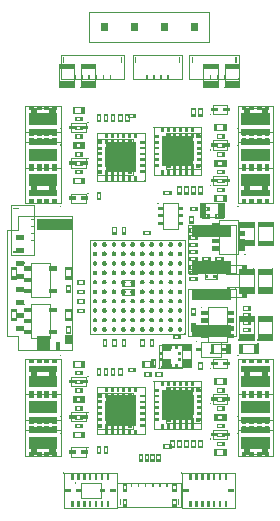
<source format=gbr>
G04*
G04 #@! TF.GenerationSoftware,Altium Limited,Altium Designer,24.8.2 (39)*
G04*
G04 Layer_Color=32768*
%FSLAX25Y25*%
%MOIN*%
G70*
G04*
G04 #@! TF.SameCoordinates,F5A21F31-771D-4283-B627-84B0D88358AA*
G04*
G04*
G04 #@! TF.FilePolarity,Positive*
G04*
G01*
G75*
%ADD130C,0.00200*%
G36*
X67441Y164094D02*
X64921D01*
Y166614D01*
X67441D01*
Y164094D01*
D02*
G37*
G36*
X57441D02*
X54921D01*
Y166614D01*
X57441D01*
Y164094D01*
D02*
G37*
G36*
X47441D02*
X44921D01*
Y166614D01*
X47441D01*
Y164094D01*
D02*
G37*
G36*
X37441D02*
X34921D01*
Y166614D01*
X37441D01*
Y164094D01*
D02*
G37*
G36*
X71279Y160669D02*
X71417Y160531D01*
X71417Y160433D01*
X71417Y160335D01*
X71279Y160197D01*
X71083Y160197D01*
X70945Y160335D01*
X70945Y160433D01*
X70945Y160531D01*
X71083Y160669D01*
X71279Y160669D01*
D02*
G37*
G36*
X80354Y153297D02*
X79882D01*
Y155266D01*
X80354D01*
Y153297D01*
D02*
G37*
G36*
X65787D02*
X65315D01*
Y155266D01*
X65787D01*
Y153297D01*
D02*
G37*
G36*
X61457D02*
X60984D01*
Y155266D01*
X61457D01*
Y153297D01*
D02*
G37*
G36*
X46890D02*
X46417D01*
Y155266D01*
X46890D01*
Y153297D01*
D02*
G37*
G36*
X42165D02*
X41693D01*
Y155266D01*
X42165D01*
Y153297D01*
D02*
G37*
G36*
X22874D02*
X22402D01*
Y155266D01*
X22874D01*
Y153297D01*
D02*
G37*
G36*
X81201Y151181D02*
X76280D01*
Y153150D01*
X81201D01*
Y151181D01*
D02*
G37*
G36*
X74114D02*
X69193D01*
Y153150D01*
X74114D01*
Y151181D01*
D02*
G37*
G36*
X33169D02*
X28248D01*
Y153150D01*
X33169D01*
Y151181D01*
D02*
G37*
G36*
X26083D02*
X21161D01*
Y153150D01*
X26083D01*
Y151181D01*
D02*
G37*
G36*
X76614Y148128D02*
X76142D01*
Y149309D01*
X76614D01*
Y148128D01*
D02*
G37*
G36*
X74252D02*
X73780D01*
Y149309D01*
X74252D01*
Y148128D01*
D02*
G37*
G36*
X71889D02*
X71417D01*
Y149309D01*
X71889D01*
Y148128D01*
D02*
G37*
G36*
X69527D02*
X69055D01*
Y149309D01*
X69527D01*
Y148128D01*
D02*
G37*
G36*
X57717D02*
X57244D01*
Y149309D01*
X57717D01*
Y148128D01*
D02*
G37*
G36*
X55355D02*
X54882D01*
Y149309D01*
X55355D01*
Y148128D01*
D02*
G37*
G36*
X52992D02*
X52519D01*
Y149309D01*
X52992D01*
Y148128D01*
D02*
G37*
G36*
X50630D02*
X50157D01*
Y149309D01*
X50630D01*
Y148128D01*
D02*
G37*
G36*
X38425D02*
X37953D01*
Y149309D01*
X38425D01*
Y148128D01*
D02*
G37*
G36*
X36063D02*
X35591D01*
Y149309D01*
X36063D01*
Y148128D01*
D02*
G37*
G36*
X33700D02*
X33228D01*
Y149309D01*
X33700D01*
Y148128D01*
D02*
G37*
G36*
X31338D02*
X30866D01*
Y149309D01*
X31338D01*
Y148128D01*
D02*
G37*
G36*
X28976D02*
X28504D01*
Y149309D01*
X28976D01*
Y148128D01*
D02*
G37*
G36*
X26614D02*
X26142D01*
Y149309D01*
X26614D01*
Y148128D01*
D02*
G37*
G36*
X81334Y148223D02*
X81338Y148128D01*
X81334Y148033D01*
X81197Y147902D01*
X81007Y147902D01*
X80870Y148033D01*
X80866Y148128D01*
D01*
Y148128D01*
Y148128D01*
X80866D01*
X80870Y148222D01*
X81007Y148354D01*
X81197Y148354D01*
X81334Y148223D01*
D02*
G37*
G36*
X62436D02*
X62441Y148128D01*
X62436Y148033D01*
X62299Y147902D01*
X62110Y147902D01*
X61973Y148033D01*
X61968Y148128D01*
D01*
Y148128D01*
Y148128D01*
X61968D01*
X61973Y148222D01*
X62110Y148354D01*
X62299Y148354D01*
X62436Y148223D01*
D02*
G37*
G36*
X43145D02*
X43149Y148128D01*
X43145Y148033D01*
X43008Y147902D01*
X42818Y147902D01*
X42681Y148033D01*
X42677Y148128D01*
D01*
Y148128D01*
Y148128D01*
X42677D01*
X42681Y148222D01*
X42818Y148354D01*
X43008Y148354D01*
X43145Y148223D01*
D02*
G37*
G36*
X81201Y145276D02*
X76515D01*
Y145178D01*
X76377Y145039D01*
X76181D01*
X76043Y145178D01*
Y145373D01*
X76181Y145512D01*
X76280D01*
Y147244D01*
X81201D01*
Y145276D01*
D02*
G37*
G36*
X74114D02*
X69429D01*
Y145178D01*
X69290Y145039D01*
X69095D01*
X68956Y145178D01*
Y145373D01*
X69095Y145512D01*
X69193D01*
Y147244D01*
X74114D01*
Y145276D01*
D02*
G37*
G36*
X33169D02*
X28484D01*
Y145178D01*
X28345Y145039D01*
X28150D01*
X28012Y145178D01*
Y145373D01*
X28150Y145512D01*
X28248D01*
Y147244D01*
X33169D01*
Y145276D01*
D02*
G37*
G36*
X26083D02*
X21397D01*
Y145178D01*
X21259Y145039D01*
X21063D01*
X20925Y145178D01*
Y145373D01*
X21063Y145512D01*
X21161D01*
Y147244D01*
X26083D01*
Y145276D01*
D02*
G37*
G36*
X91240Y137717D02*
X90551D01*
Y136674D01*
X91339D01*
Y132777D01*
X81890D01*
Y136674D01*
X82677D01*
Y137717D01*
X81988D01*
Y138976D01*
X83563D01*
Y138287D01*
X84547D01*
Y138976D01*
X86122D01*
Y137717D01*
X84646D01*
Y136674D01*
X88583D01*
Y137717D01*
X87106D01*
Y138976D01*
X88681D01*
Y138287D01*
X89665D01*
Y138976D01*
X91240D01*
Y137717D01*
D02*
G37*
G36*
X20374D02*
X19684D01*
Y136674D01*
X20472D01*
Y132777D01*
X11023D01*
Y136674D01*
X11811D01*
Y137717D01*
X11122D01*
Y138976D01*
X12697D01*
Y138287D01*
X13681D01*
Y138976D01*
X15256D01*
Y137717D01*
X13779D01*
Y136674D01*
X17716D01*
Y137717D01*
X16240D01*
Y138976D01*
X17815D01*
Y138287D01*
X18799D01*
Y138976D01*
X20374D01*
Y137717D01*
D02*
G37*
G36*
X68701Y137599D02*
X67520D01*
Y138189D01*
X68701D01*
Y137599D01*
D02*
G37*
G36*
X66339D02*
X65157D01*
Y138189D01*
X66339D01*
Y137599D01*
D02*
G37*
G36*
X77953Y137205D02*
X75590D01*
Y138386D01*
X77953D01*
Y137205D01*
D02*
G37*
G36*
X74016D02*
X71653D01*
Y138386D01*
X74016D01*
Y137205D01*
D02*
G37*
G36*
X29528Y136811D02*
X28543D01*
Y138780D01*
X29528D01*
Y136811D01*
D02*
G37*
G36*
X26575D02*
X25591D01*
Y138780D01*
X26575D01*
Y136811D01*
D02*
G37*
G36*
X71890Y136318D02*
Y136221D01*
Y136123D01*
X71751Y135984D01*
X71556D01*
X71417Y136123D01*
Y136221D01*
Y136318D01*
X71556Y136457D01*
X71751D01*
X71890Y136318D01*
D02*
G37*
G36*
X68701Y135827D02*
X67520D01*
Y136417D01*
X68701D01*
Y135827D01*
D02*
G37*
G36*
X66339D02*
X65157D01*
Y136417D01*
X66339D01*
Y135827D01*
D02*
G37*
G36*
X41929Y135630D02*
X40748D01*
Y136221D01*
X41929D01*
Y135630D01*
D02*
G37*
G36*
X39567D02*
X38386D01*
Y136221D01*
X39567D01*
Y135630D01*
D02*
G37*
G36*
X37205D02*
X36024D01*
Y136221D01*
X37205D01*
Y135630D01*
D02*
G37*
G36*
X34843D02*
X33661D01*
Y136221D01*
X34843D01*
Y135630D01*
D02*
G37*
G36*
X46457Y135236D02*
X45866D01*
Y136417D01*
X46457D01*
Y135236D01*
D02*
G37*
G36*
X44685D02*
X44094D01*
Y135630D01*
X43110D01*
Y136221D01*
X44094D01*
Y136417D01*
X44685D01*
Y135236D01*
D02*
G37*
G36*
X28740Y134252D02*
X28150D01*
Y135433D01*
X28740D01*
Y134252D01*
D02*
G37*
G36*
X26969D02*
X26378D01*
Y135433D01*
X26969D01*
Y134252D01*
D02*
G37*
G36*
X44291Y133858D02*
X43110D01*
Y134449D01*
X44291D01*
Y133858D01*
D02*
G37*
G36*
X41929D02*
X40748D01*
Y134449D01*
X41929D01*
Y133858D01*
D02*
G37*
G36*
X39567D02*
X38386D01*
Y134449D01*
X39567D01*
Y133858D01*
D02*
G37*
G36*
X37205D02*
X36024D01*
Y134449D01*
X37205D01*
Y133858D01*
D02*
G37*
G36*
X34843D02*
X33661D01*
Y134449D01*
X34843D01*
Y133858D01*
D02*
G37*
G36*
X30945Y133562D02*
Y133465D01*
Y133367D01*
X30806Y133228D01*
X30611D01*
X30472Y133367D01*
Y133465D01*
Y133562D01*
X30611Y133701D01*
X30806D01*
X30945Y133562D01*
D02*
G37*
G36*
X52992Y131988D02*
Y131792D01*
X52854Y131654D01*
X52658D01*
X52520Y131792D01*
Y131988D01*
X52658Y132126D01*
X52854D01*
X52992Y131988D01*
D02*
G37*
G36*
X30709Y131299D02*
X28150D01*
Y132480D01*
X30709D01*
Y131299D01*
D02*
G37*
G36*
X26969D02*
X24409D01*
Y132480D01*
X26969D01*
Y131299D01*
D02*
G37*
G36*
X80945Y131593D02*
Y131496D01*
Y131398D01*
X80806Y131259D01*
X80611D01*
X80472Y131398D01*
Y131496D01*
Y131593D01*
X80611Y131732D01*
X80806D01*
X80945Y131593D01*
D02*
G37*
G36*
X21890D02*
Y131496D01*
Y131398D01*
X21751Y131259D01*
X21556D01*
X21417Y131398D01*
Y131496D01*
Y131593D01*
X21556Y131732D01*
X21751D01*
X21890Y131593D01*
D02*
G37*
G36*
X76772Y130905D02*
X75788D01*
Y132874D01*
X76772D01*
Y130905D01*
D02*
G37*
G36*
X73819D02*
X72835D01*
Y132874D01*
X73819D01*
Y130905D01*
D02*
G37*
G36*
X66024Y130315D02*
X65079D01*
Y131890D01*
X66024D01*
Y130315D01*
D02*
G37*
G36*
X64055D02*
X63110D01*
Y131890D01*
X64055D01*
Y130315D01*
D02*
G37*
G36*
X62087D02*
X61142D01*
Y131890D01*
X62087D01*
Y130315D01*
D02*
G37*
G36*
X60118D02*
X59173D01*
Y131890D01*
X60118D01*
Y130315D01*
D02*
G37*
G36*
X58150D02*
X57205D01*
Y131890D01*
X58150D01*
Y130315D01*
D02*
G37*
G36*
X56181D02*
X55236D01*
Y131890D01*
X56181D01*
Y130315D01*
D02*
G37*
G36*
X66049Y128346D02*
X65748D01*
Y127362D01*
X65951D01*
Y120669D01*
X65748D01*
Y119685D01*
X66049D01*
Y118110D01*
X65065D01*
Y118898D01*
X64081D01*
Y118110D01*
X63097D01*
Y118898D01*
X62112D01*
Y118110D01*
X61128D01*
Y118898D01*
X60144D01*
Y118110D01*
X59160D01*
Y118898D01*
X58313D01*
Y118311D01*
X57053D01*
Y118898D01*
X55512D01*
Y129134D01*
X57053D01*
Y129720D01*
X58313D01*
Y129134D01*
X59160D01*
Y129921D01*
X60144D01*
Y129134D01*
X61128D01*
Y129921D01*
X62112D01*
Y129134D01*
X63097D01*
Y129921D01*
X64081D01*
Y129134D01*
X65065D01*
Y129921D01*
X66049D01*
Y128346D01*
D02*
G37*
G36*
X91339Y129410D02*
X91240D01*
Y129055D01*
X89665D01*
Y129410D01*
X88681D01*
Y129055D01*
X87106D01*
Y129410D01*
X86122D01*
Y129055D01*
X84547D01*
Y129410D01*
X83563D01*
Y129055D01*
X81988D01*
Y129410D01*
X81890D01*
Y131457D01*
X91339D01*
Y129410D01*
D02*
G37*
G36*
X20472D02*
X20374D01*
Y129055D01*
X18799D01*
Y129410D01*
X17815D01*
Y129055D01*
X16240D01*
Y129410D01*
X15256D01*
Y129055D01*
X13681D01*
Y129410D01*
X12697D01*
Y129055D01*
X11122D01*
Y129410D01*
X11023D01*
Y131457D01*
X20472D01*
Y129410D01*
D02*
G37*
G36*
X54331Y128464D02*
X52756D01*
Y129409D01*
X54331D01*
Y128464D01*
D02*
G37*
G36*
X68156Y129409D02*
X68504D01*
Y128464D01*
X68156D01*
Y128460D01*
X66896D01*
Y129720D01*
X68156D01*
Y129409D01*
D02*
G37*
G36*
X47126Y128346D02*
X46181D01*
Y129921D01*
X47126D01*
Y128346D01*
D02*
G37*
G36*
X45158D02*
X44213D01*
Y129921D01*
X45158D01*
Y128346D01*
D02*
G37*
G36*
X43189D02*
X42244D01*
Y129921D01*
X43189D01*
Y128346D01*
D02*
G37*
G36*
X41221D02*
X40276D01*
Y129921D01*
X41221D01*
Y128346D01*
D02*
G37*
G36*
X39252D02*
X38307D01*
Y129921D01*
X39252D01*
Y128346D01*
D02*
G37*
G36*
X37284D02*
X36339D01*
Y129921D01*
X37284D01*
Y128346D01*
D02*
G37*
G36*
X75984Y128346D02*
X75394D01*
Y129528D01*
X75984D01*
Y128346D01*
D02*
G37*
G36*
X74212D02*
X73622D01*
Y129528D01*
X74212D01*
Y128346D01*
D02*
G37*
G36*
X28740D02*
X28150D01*
Y129528D01*
X28740D01*
Y128346D01*
D02*
G37*
G36*
X26969D02*
X26378D01*
Y129528D01*
X26969D01*
Y128346D01*
D02*
G37*
G36*
X91240Y128071D02*
X91339D01*
Y126023D01*
X81890D01*
Y128071D01*
X81988D01*
Y128425D01*
X83563D01*
Y128071D01*
X84547D01*
Y128425D01*
X86122D01*
Y128071D01*
X87106D01*
Y128425D01*
X88681D01*
Y128071D01*
X89665D01*
Y128425D01*
X91240D01*
Y128071D01*
D02*
G37*
G36*
X20374D02*
X20472D01*
Y126023D01*
X11023D01*
Y128071D01*
X11122D01*
Y128425D01*
X12697D01*
Y128071D01*
X13681D01*
Y128425D01*
X15256D01*
Y128071D01*
X16240D01*
Y128425D01*
X17815D01*
Y128071D01*
X18799D01*
Y128425D01*
X20374D01*
Y128071D01*
D02*
G37*
G36*
X34089Y128051D02*
Y127953D01*
Y127855D01*
X33950Y127717D01*
X33754D01*
X33616Y127855D01*
Y127953D01*
Y128051D01*
X33754Y128189D01*
X33950D01*
X34089Y128051D01*
D02*
G37*
G36*
X43202Y127165D02*
X44049D01*
Y127752D01*
X45309D01*
Y127165D01*
X46850D01*
Y116929D01*
X45309D01*
Y116343D01*
X44049D01*
Y116929D01*
X43202D01*
Y116142D01*
X42218D01*
Y116929D01*
X41234D01*
Y116142D01*
X40250D01*
Y116929D01*
X39265D01*
Y116142D01*
X38281D01*
Y116929D01*
X37297D01*
Y116142D01*
X36313D01*
Y117717D01*
X36614D01*
Y118701D01*
X36411D01*
Y125394D01*
X36614D01*
Y126378D01*
X36313D01*
Y127953D01*
X37297D01*
Y127165D01*
X38281D01*
Y127953D01*
X39265D01*
Y127165D01*
X40250D01*
Y127953D01*
X41234D01*
Y127165D01*
X42218D01*
Y127953D01*
X43202D01*
Y127165D01*
D02*
G37*
G36*
X54331Y126496D02*
X52756D01*
Y127441D01*
X54331D01*
Y126496D01*
D02*
G37*
G36*
X49606D02*
X48031D01*
Y127441D01*
X49606D01*
Y126496D01*
D02*
G37*
G36*
X35466Y126492D02*
X34206D01*
Y126496D01*
X33858D01*
Y127441D01*
X34206D01*
Y127752D01*
X35466D01*
Y126492D01*
D02*
G37*
G36*
X68510Y126476D02*
X66935D01*
Y126496D01*
X66929D01*
Y127441D01*
X66935D01*
Y127460D01*
X68510D01*
Y126476D01*
D02*
G37*
G36*
X80945Y126083D02*
Y125985D01*
Y125887D01*
X80806Y125749D01*
X80611D01*
X80472Y125887D01*
Y125985D01*
Y126083D01*
X80611Y126221D01*
X80806D01*
X80945Y126083D01*
D02*
G37*
G36*
X21890D02*
Y125985D01*
Y125887D01*
X21751Y125749D01*
X21556D01*
X21417Y125887D01*
Y125985D01*
Y126083D01*
X21556Y126221D01*
X21751D01*
X21890Y126083D01*
D02*
G37*
G36*
X77953Y125394D02*
X75394D01*
Y126575D01*
X77953D01*
Y125394D01*
D02*
G37*
G36*
X74212D02*
X71653D01*
Y126575D01*
X74212D01*
Y125394D01*
D02*
G37*
G36*
X29528Y125000D02*
X28543D01*
Y125394D01*
X28150D01*
Y126575D01*
X28543D01*
Y126969D01*
X29528D01*
Y125000D01*
D02*
G37*
G36*
X26575Y126575D02*
X26969D01*
Y125394D01*
X26575D01*
Y125000D01*
X25591D01*
Y126969D01*
X26575D01*
Y126575D01*
D02*
G37*
G36*
X54331Y124528D02*
X52756D01*
Y125472D01*
X54331D01*
Y124528D01*
D02*
G37*
G36*
X49606D02*
X48031D01*
Y125472D01*
X49606D01*
Y124528D01*
D02*
G37*
G36*
X35427Y125472D02*
X35433D01*
Y124528D01*
X35427D01*
Y124509D01*
X33852D01*
Y125493D01*
X35427D01*
Y125472D01*
D02*
G37*
G36*
X68510Y124508D02*
X66935D01*
Y124528D01*
X66929D01*
Y125472D01*
X66935D01*
Y125492D01*
X68510D01*
Y124508D01*
D02*
G37*
G36*
X71890Y124507D02*
Y124409D01*
Y124312D01*
X71751Y124173D01*
X71556D01*
X71417Y124312D01*
Y124409D01*
Y124507D01*
X71556Y124646D01*
X71751D01*
X71890Y124507D01*
D02*
G37*
G36*
X54331Y122559D02*
X52756D01*
Y123504D01*
X54331D01*
Y122559D01*
D02*
G37*
G36*
X49606D02*
X48031D01*
Y123504D01*
X49606D01*
Y122559D01*
D02*
G37*
G36*
X35427Y123504D02*
X35433D01*
Y122559D01*
X35427D01*
Y122540D01*
X33852D01*
Y123524D01*
X35427D01*
Y123504D01*
D02*
G37*
G36*
X68510Y122539D02*
X66935D01*
Y122559D01*
X66929D01*
Y123504D01*
X66935D01*
Y123523D01*
X68510D01*
Y122539D01*
D02*
G37*
G36*
X75984Y122441D02*
X75394D01*
Y123622D01*
X75984D01*
Y122441D01*
D02*
G37*
G36*
X74212D02*
X73622D01*
Y123622D01*
X74212D01*
Y122441D01*
D02*
G37*
G36*
X28740D02*
X28150D01*
Y123622D01*
X28740D01*
Y122441D01*
D02*
G37*
G36*
X26969D02*
X26378D01*
Y123622D01*
X26969D01*
Y122441D01*
D02*
G37*
G36*
X30945Y121751D02*
Y121653D01*
Y121556D01*
X30806Y121417D01*
X30611D01*
X30472Y121556D01*
Y121653D01*
Y121751D01*
X30611Y121890D01*
X30806D01*
X30945Y121751D01*
D02*
G37*
G36*
X91339Y120806D02*
X81890D01*
Y124704D01*
X91339D01*
Y120806D01*
D02*
G37*
G36*
X20472D02*
X11023D01*
Y124704D01*
X20472D01*
Y120806D01*
D02*
G37*
G36*
X54331Y120590D02*
X52756D01*
Y121535D01*
X54331D01*
Y120590D01*
D02*
G37*
G36*
X49606D02*
X48031D01*
Y121535D01*
X49606D01*
Y120590D01*
D02*
G37*
G36*
X35427Y121535D02*
X35433D01*
Y120590D01*
X35427D01*
Y120571D01*
X33852D01*
Y121555D01*
X35427D01*
Y121535D01*
D02*
G37*
G36*
X68510Y120570D02*
X66935D01*
Y120590D01*
X66929D01*
Y121535D01*
X66935D01*
Y121554D01*
X68510D01*
Y120570D01*
D02*
G37*
G36*
X30709Y119488D02*
X28150D01*
Y120669D01*
X30709D01*
Y119488D01*
D02*
G37*
G36*
X26969D02*
X24409D01*
Y120669D01*
X26969D01*
Y119488D01*
D02*
G37*
G36*
X76772Y119094D02*
X75788D01*
Y119488D01*
X75394D01*
Y120669D01*
X75788D01*
Y121063D01*
X76772D01*
Y119094D01*
D02*
G37*
G36*
X73819Y120669D02*
X74212D01*
Y119488D01*
X73819D01*
Y119094D01*
X72835D01*
Y121063D01*
X73819D01*
Y120669D01*
D02*
G37*
G36*
X54331Y118622D02*
X52756D01*
Y119567D01*
X54331D01*
Y118622D01*
D02*
G37*
G36*
X49606D02*
X48031D01*
Y119567D01*
X49606D01*
Y118622D01*
D02*
G37*
G36*
X35427Y119567D02*
X35433D01*
Y118622D01*
X35427D01*
Y118603D01*
X33852D01*
Y119587D01*
X35427D01*
Y119567D01*
D02*
G37*
G36*
X91240Y118504D02*
X89665D01*
Y119764D01*
X91240D01*
Y118504D01*
D02*
G37*
G36*
X88681D02*
X87106D01*
Y119764D01*
X88681D01*
Y118504D01*
D02*
G37*
G36*
X86122D02*
X84547D01*
Y119764D01*
X86122D01*
Y118504D01*
D02*
G37*
G36*
X83563D02*
X81988D01*
Y119764D01*
X83563D01*
Y118504D01*
D02*
G37*
G36*
X20374D02*
X18799D01*
Y119764D01*
X20374D01*
Y118504D01*
D02*
G37*
G36*
X17815D02*
X16240D01*
Y119764D01*
X17815D01*
Y118504D01*
D02*
G37*
G36*
X15256D02*
X13681D01*
Y119764D01*
X15256D01*
Y118504D01*
D02*
G37*
G36*
X12697D02*
X11122D01*
Y119764D01*
X12697D01*
Y118504D01*
D02*
G37*
G36*
X68156Y119567D02*
X68504D01*
Y118622D01*
X68156D01*
Y118311D01*
X66896D01*
Y119571D01*
X68156D01*
Y119567D01*
D02*
G37*
G36*
X68746Y118208D02*
Y118110D01*
Y118012D01*
X68608Y117874D01*
X68412D01*
X68274Y118012D01*
Y118110D01*
Y118208D01*
X68412Y118346D01*
X68608D01*
X68746Y118208D01*
D02*
G37*
G36*
X91240Y117244D02*
X89665D01*
Y118504D01*
X91240D01*
Y117244D01*
D02*
G37*
G36*
X88681D02*
X87106D01*
Y118504D01*
X88681D01*
Y117244D01*
D02*
G37*
G36*
X86122D02*
X84547D01*
Y118504D01*
X86122D01*
Y117244D01*
D02*
G37*
G36*
X83563D02*
X81988D01*
Y118504D01*
X83563D01*
Y117244D01*
D02*
G37*
G36*
X20374D02*
X18799D01*
Y118504D01*
X20374D01*
Y117244D01*
D02*
G37*
G36*
X17815D02*
X16240D01*
Y118504D01*
X17815D01*
Y117244D01*
D02*
G37*
G36*
X15256D02*
X13681D01*
Y118504D01*
X15256D01*
Y117244D01*
D02*
G37*
G36*
X12697D02*
X11122D01*
Y118504D01*
X12697D01*
Y117244D01*
D02*
G37*
G36*
X49606Y116654D02*
X48031D01*
Y117598D01*
X49606D01*
Y116654D01*
D02*
G37*
G36*
X75984Y116535D02*
X75394D01*
Y117717D01*
X75984D01*
Y116535D01*
D02*
G37*
G36*
X74212D02*
X73622D01*
Y117717D01*
X74212D01*
Y116535D01*
D02*
G37*
G36*
X28740D02*
X28150D01*
Y117717D01*
X28740D01*
Y116535D01*
D02*
G37*
G36*
X26969D02*
X26378D01*
Y117717D01*
X26969D01*
Y116535D01*
D02*
G37*
G36*
X35466Y116343D02*
X34206D01*
Y116654D01*
X33858D01*
Y117598D01*
X34206D01*
Y117603D01*
X35466D01*
Y116343D01*
D02*
G37*
G36*
X66024Y116142D02*
X65079D01*
Y117717D01*
X66024D01*
Y116142D01*
D02*
G37*
G36*
X64055D02*
X63110D01*
Y117717D01*
X64055D01*
Y116142D01*
D02*
G37*
G36*
X62087D02*
X61142D01*
Y117717D01*
X62087D01*
Y116142D01*
D02*
G37*
G36*
X60118D02*
X59173D01*
Y117717D01*
X60118D01*
Y116142D01*
D02*
G37*
G36*
X58150D02*
X57205D01*
Y117717D01*
X58150D01*
Y116142D01*
D02*
G37*
G36*
X56181D02*
X55236D01*
Y117717D01*
X56181D01*
Y116142D01*
D02*
G37*
G36*
X47126Y114173D02*
X46181D01*
Y115748D01*
X47126D01*
Y114173D01*
D02*
G37*
G36*
X45158D02*
X44213D01*
Y115748D01*
X45158D01*
Y114173D01*
D02*
G37*
G36*
X43189D02*
X42244D01*
Y115748D01*
X43189D01*
Y114173D01*
D02*
G37*
G36*
X41221D02*
X40276D01*
Y115748D01*
X41221D01*
Y114173D01*
D02*
G37*
G36*
X39252D02*
X38307D01*
Y115748D01*
X39252D01*
Y114173D01*
D02*
G37*
G36*
X37284D02*
X36339D01*
Y115748D01*
X37284D01*
Y114173D01*
D02*
G37*
G36*
X49842Y114271D02*
Y114075D01*
X49704Y113937D01*
X49509D01*
X49370Y114075D01*
Y114271D01*
X49509Y114409D01*
X49704D01*
X49842Y114271D01*
D02*
G37*
G36*
X75984Y114764D02*
X77953D01*
Y113583D01*
X75590D01*
Y113583D01*
X75394D01*
Y114764D01*
X75984D01*
Y114764D01*
D02*
G37*
G36*
X74212Y113583D02*
X74016D01*
Y113583D01*
X71653D01*
Y114764D01*
X73622D01*
Y114764D01*
X74212D01*
Y113583D01*
D02*
G37*
G36*
X29528Y113189D02*
X28543D01*
Y115157D01*
X29528D01*
Y113189D01*
D02*
G37*
G36*
X26575D02*
X25591D01*
Y115157D01*
X26575D01*
Y113189D01*
D02*
G37*
G36*
X71890Y112696D02*
Y112598D01*
Y112501D01*
X71751Y112362D01*
X71556D01*
X71417Y112501D01*
Y112598D01*
Y112696D01*
X71556Y112835D01*
X71751D01*
X71890Y112696D01*
D02*
G37*
G36*
X68701Y111614D02*
X67520D01*
Y112205D01*
X68701D01*
Y111614D01*
D02*
G37*
G36*
X66339D02*
X65157D01*
Y112205D01*
X66339D01*
Y111614D01*
D02*
G37*
G36*
X63976D02*
X62795D01*
Y112205D01*
X63976D01*
Y111614D01*
D02*
G37*
G36*
X61614D02*
X60433D01*
Y112205D01*
X61614D01*
Y111614D01*
D02*
G37*
G36*
X75984Y110630D02*
X75394D01*
Y111811D01*
X75984D01*
Y110630D01*
D02*
G37*
G36*
X74212D02*
X73622D01*
Y111811D01*
X74212D01*
Y110630D01*
D02*
G37*
G36*
X68701Y109843D02*
X67520D01*
Y110433D01*
X68701D01*
Y109843D01*
D02*
G37*
G36*
X66339D02*
X65157D01*
Y110433D01*
X66339D01*
Y109843D01*
D02*
G37*
G36*
X63976D02*
X62795D01*
Y110433D01*
X63976D01*
Y109843D01*
D02*
G37*
G36*
X61614D02*
X60433D01*
Y110433D01*
X61614D01*
Y109843D01*
D02*
G37*
G36*
X34843Y109646D02*
X33661D01*
Y110236D01*
X34843D01*
Y109646D01*
D02*
G37*
G36*
X58268Y109646D02*
X57677D01*
Y110827D01*
X58268D01*
Y109646D01*
D02*
G37*
G36*
X56496D02*
X55905D01*
Y110827D01*
X56496D01*
Y109646D01*
D02*
G37*
G36*
X30945Y109940D02*
Y109843D01*
Y109745D01*
X30806Y109606D01*
X30611D01*
X30472Y109745D01*
Y109843D01*
Y109940D01*
X30611Y110079D01*
X30806D01*
X30945Y109940D01*
D02*
G37*
G36*
X91339Y112304D02*
X90551D01*
Y110985D01*
X91339D01*
Y108937D01*
X81890D01*
Y110985D01*
X82677D01*
Y112304D01*
X81890D01*
Y116202D01*
X91339D01*
Y112304D01*
D02*
G37*
G36*
X20472D02*
X19685D01*
Y110985D01*
X20472D01*
Y108937D01*
X11023D01*
Y110985D01*
X11811D01*
Y112304D01*
X11023D01*
Y116202D01*
X20472D01*
Y112304D01*
D02*
G37*
G36*
X34843Y107874D02*
X33661D01*
Y108465D01*
X34843D01*
Y107874D01*
D02*
G37*
G36*
X30709Y107677D02*
X28346D01*
Y108858D01*
X30709D01*
Y107677D01*
D02*
G37*
G36*
X26772D02*
X24409D01*
Y108858D01*
X26772D01*
Y107677D01*
D02*
G37*
G36*
X76772Y107283D02*
X75788D01*
Y109252D01*
X76772D01*
Y107283D01*
D02*
G37*
G36*
X73819D02*
X72835D01*
Y109252D01*
X73819D01*
Y107283D01*
D02*
G37*
G36*
X91240Y106693D02*
X89665D01*
Y107953D01*
X91240D01*
Y106693D01*
D02*
G37*
G36*
X88681D02*
X87106D01*
Y107953D01*
X88681D01*
Y106693D01*
D02*
G37*
G36*
X86122D02*
X84547D01*
Y107953D01*
X86122D01*
Y106693D01*
D02*
G37*
G36*
X83563D02*
X81988D01*
Y107953D01*
X83563D01*
Y106693D01*
D02*
G37*
G36*
X20374D02*
X18799D01*
Y107953D01*
X20374D01*
Y106693D01*
D02*
G37*
G36*
X17815D02*
X16240D01*
Y107953D01*
X17815D01*
Y106693D01*
D02*
G37*
G36*
X15256D02*
X13681D01*
Y107953D01*
X15256D01*
Y106693D01*
D02*
G37*
G36*
X12697D02*
X11122D01*
Y107953D01*
X12697D01*
Y106693D01*
D02*
G37*
G36*
X54356Y106790D02*
Y106693D01*
Y106595D01*
X54218Y106456D01*
X54023D01*
X53884Y106595D01*
Y106693D01*
Y106790D01*
X54023Y106929D01*
X54218D01*
X54356Y106790D01*
D02*
G37*
G36*
X12991Y106137D02*
X13122Y106000D01*
X13122Y105810D01*
X12991Y105674D01*
X12896Y105669D01*
Y105669D01*
X12801Y105673D01*
X12670Y105810D01*
X12670Y106000D01*
X12801Y106137D01*
X12896Y106141D01*
X12991Y106137D01*
D02*
G37*
G36*
X12896Y105669D02*
X12896D01*
X12896D01*
D01*
D02*
G37*
G36*
X80945Y105610D02*
Y105512D01*
Y105414D01*
X80806Y105276D01*
X80611D01*
X80472Y105414D01*
Y105512D01*
Y105610D01*
X80611Y105748D01*
X80806D01*
X80945Y105610D01*
D02*
G37*
G36*
X21890D02*
Y105512D01*
Y105414D01*
X21751Y105276D01*
X21556D01*
X21417Y105414D01*
Y105512D01*
Y105610D01*
X21556Y105748D01*
X21751D01*
X21890Y105610D01*
D02*
G37*
G36*
X7727Y104685D02*
X5758D01*
Y105157D01*
X7727D01*
Y104685D01*
D02*
G37*
G36*
X55833Y104429D02*
X54120D01*
Y105413D01*
X55833D01*
Y104429D01*
D02*
G37*
G36*
X62405Y104429D02*
X60693D01*
Y105413D01*
X62405D01*
Y104429D01*
D02*
G37*
G36*
X71063Y104331D02*
X70473D01*
Y105512D01*
X71063D01*
Y104331D01*
D02*
G37*
G36*
X67126D02*
X66536D01*
Y105512D01*
X67126D01*
Y104331D01*
D02*
G37*
G36*
X65354D02*
X64764D01*
Y105512D01*
X65354D01*
Y104331D01*
D02*
G37*
G36*
X55833Y101870D02*
X54120D01*
Y102854D01*
X55833D01*
Y101870D01*
D02*
G37*
G36*
X62405Y101870D02*
X60693D01*
Y102854D01*
X62405D01*
Y101870D01*
D02*
G37*
G36*
X65748Y101772D02*
X64567D01*
Y102362D01*
X65748D01*
Y101772D01*
D02*
G37*
G36*
X73819Y101772D02*
X73228D01*
Y102953D01*
X73819D01*
Y101772D01*
D02*
G37*
G36*
X71063D02*
X70473D01*
Y102953D01*
X71063D01*
Y101772D01*
D02*
G37*
G36*
X70079Y101870D02*
X69291D01*
Y101772D01*
X68701D01*
Y101870D01*
X68110D01*
Y106791D01*
X70079D01*
Y101870D01*
D02*
G37*
G36*
X75984Y102106D02*
X76082D01*
X76220Y101968D01*
Y101870D01*
Y101772D01*
X76082Y101634D01*
X75886D01*
X75748Y101772D01*
Y101870D01*
Y101870D01*
X75590D01*
Y101772D01*
X75000D01*
Y101870D01*
X74016D01*
Y106791D01*
X75984D01*
Y102106D01*
D02*
G37*
G36*
X12896Y100945D02*
X11715D01*
Y101418D01*
X12896D01*
Y100945D01*
D02*
G37*
G36*
X65748Y100000D02*
X64567D01*
Y100591D01*
X65748D01*
Y100000D01*
D02*
G37*
G36*
X55833Y99311D02*
X54120D01*
Y100295D01*
X55833D01*
Y99311D01*
D02*
G37*
G36*
X62405Y99311D02*
X60693D01*
Y100295D01*
X62405D01*
Y99311D01*
D02*
G37*
G36*
X92274Y98819D02*
X87254D01*
Y100394D01*
X92274D01*
Y98819D01*
D02*
G37*
G36*
X12896Y98583D02*
X11715D01*
Y99055D01*
X12896D01*
Y98583D01*
D02*
G37*
G36*
X85925Y98425D02*
X83071D01*
Y98327D01*
X80669D01*
Y99901D01*
X81004D01*
Y100394D01*
X85925D01*
Y98425D01*
D02*
G37*
G36*
X43110Y98228D02*
X41929D01*
Y98819D01*
X43110D01*
Y98228D01*
D02*
G37*
G36*
X39961D02*
X38780D01*
Y98819D01*
X39961D01*
Y98228D01*
D02*
G37*
G36*
X25393Y97519D02*
X13582D01*
Y101456D01*
X25393D01*
Y97519D01*
D02*
G37*
G36*
X65157Y97047D02*
X64567D01*
Y98228D01*
X65157D01*
Y97047D01*
D02*
G37*
G36*
X43110Y96457D02*
X41929D01*
Y97047D01*
X43110D01*
Y96457D01*
D02*
G37*
G36*
X39961D02*
X38780D01*
Y97047D01*
X39961D01*
Y96457D01*
D02*
G37*
G36*
X51575Y96260D02*
X50984D01*
Y97441D01*
X51575D01*
Y96260D01*
D02*
G37*
G36*
X49803D02*
X49213D01*
Y97441D01*
X49803D01*
Y96260D01*
D02*
G37*
G36*
X12896Y96220D02*
X11715D01*
Y96693D01*
X12896D01*
Y96220D01*
D02*
G37*
G36*
X83071Y95768D02*
X80669D01*
Y97342D01*
X83071D01*
Y95768D01*
D02*
G37*
G36*
X74449Y99212D02*
X78543D01*
Y95472D01*
X66929D01*
Y94685D01*
X66339D01*
Y95472D01*
X65551D01*
Y99212D01*
X72047D01*
Y99901D01*
X74449D01*
Y99212D01*
D02*
G37*
G36*
X65157Y94685D02*
X64567D01*
Y95866D01*
X65157D01*
Y94685D01*
D02*
G37*
G36*
X9252Y94370D02*
X6693D01*
Y95944D01*
X9252D01*
Y94370D01*
D02*
G37*
G36*
X12896Y93858D02*
X11715D01*
Y94331D01*
X12896D01*
Y93858D01*
D02*
G37*
G36*
X74449Y93209D02*
X72047D01*
Y94784D01*
X74449D01*
Y93209D01*
D02*
G37*
G36*
X92274Y92520D02*
X87254D01*
Y94095D01*
X92274D01*
Y92520D01*
D02*
G37*
G36*
X66929Y92323D02*
X66339D01*
Y93504D01*
X66929D01*
Y92323D01*
D02*
G37*
G36*
X65157D02*
X64567D01*
Y93504D01*
X65157D01*
Y92323D01*
D02*
G37*
G36*
X83071Y94488D02*
X85925D01*
Y92520D01*
X81240D01*
Y92422D01*
X81101Y92284D01*
X80906D01*
X80768Y92422D01*
Y92617D01*
X80906Y92756D01*
X81004D01*
Y93209D01*
X80669D01*
Y94784D01*
X83071D01*
Y94488D01*
D02*
G37*
G36*
X61863Y93581D02*
X62085Y93359D01*
X62205Y93070D01*
Y92756D01*
X62085Y92467D01*
X61863Y92245D01*
X61574Y92125D01*
X61260D01*
X60971Y92245D01*
X60749Y92467D01*
X60629Y92756D01*
Y93070D01*
X60749Y93359D01*
X60971Y93581D01*
X61260Y93701D01*
X61574D01*
X61863Y93581D01*
D02*
G37*
G36*
X58714D02*
X58936Y93359D01*
X59056Y93070D01*
Y92756D01*
X58936Y92467D01*
X58714Y92245D01*
X58425Y92125D01*
X58111D01*
X57822Y92245D01*
X57600Y92467D01*
X57480Y92756D01*
Y93070D01*
X57600Y93359D01*
X57822Y93581D01*
X58111Y93701D01*
X58425D01*
X58714Y93581D01*
D02*
G37*
G36*
X55564D02*
X55786Y93359D01*
X55906Y93070D01*
Y92756D01*
X55786Y92467D01*
X55564Y92245D01*
X55275Y92125D01*
X54961D01*
X54672Y92245D01*
X54450Y92467D01*
X54330Y92756D01*
Y93070D01*
X54450Y93359D01*
X54672Y93581D01*
X54961Y93701D01*
X55275D01*
X55564Y93581D01*
D02*
G37*
G36*
X52414D02*
X52636Y93359D01*
X52756Y93070D01*
Y92756D01*
X52636Y92467D01*
X52414Y92245D01*
X52125Y92125D01*
X51811D01*
X51522Y92245D01*
X51300Y92467D01*
X51180Y92756D01*
Y93070D01*
X51300Y93359D01*
X51522Y93581D01*
X51811Y93701D01*
X52125D01*
X52414Y93581D01*
D02*
G37*
G36*
X49265D02*
X49487Y93359D01*
X49607Y93070D01*
Y92756D01*
X49487Y92467D01*
X49265Y92245D01*
X48976Y92125D01*
X48662D01*
X48373Y92245D01*
X48151Y92467D01*
X48031Y92756D01*
Y93070D01*
X48151Y93359D01*
X48373Y93581D01*
X48662Y93701D01*
X48976D01*
X49265Y93581D01*
D02*
G37*
G36*
X46115D02*
X46337Y93359D01*
X46457Y93070D01*
Y92756D01*
X46337Y92467D01*
X46115Y92245D01*
X45826Y92125D01*
X45512D01*
X45223Y92245D01*
X45001Y92467D01*
X44881Y92756D01*
Y93070D01*
X45001Y93359D01*
X45223Y93581D01*
X45512Y93701D01*
X45826D01*
X46115Y93581D01*
D02*
G37*
G36*
X42966D02*
X43188Y93359D01*
X43308Y93070D01*
Y92756D01*
X43188Y92467D01*
X42966Y92245D01*
X42677Y92125D01*
X42363D01*
X42074Y92245D01*
X41852Y92467D01*
X41732Y92756D01*
Y93070D01*
X41852Y93359D01*
X42074Y93581D01*
X42363Y93701D01*
X42677D01*
X42966Y93581D01*
D02*
G37*
G36*
X39816D02*
X40038Y93359D01*
X40158Y93070D01*
Y92756D01*
X40038Y92467D01*
X39816Y92245D01*
X39527Y92125D01*
X39213D01*
X38924Y92245D01*
X38702Y92467D01*
X38582Y92756D01*
Y93070D01*
X38702Y93359D01*
X38924Y93581D01*
X39213Y93701D01*
X39527D01*
X39816Y93581D01*
D02*
G37*
G36*
X36666D02*
X36888Y93359D01*
X37008Y93070D01*
Y92756D01*
X36888Y92467D01*
X36666Y92245D01*
X36377Y92125D01*
X36063D01*
X35774Y92245D01*
X35552Y92467D01*
X35432Y92756D01*
Y93070D01*
X35552Y93359D01*
X35774Y93581D01*
X36063Y93701D01*
X36377D01*
X36666Y93581D01*
D02*
G37*
G36*
X33517D02*
X33739Y93359D01*
X33859Y93070D01*
Y92756D01*
X33739Y92467D01*
X33517Y92245D01*
X33228Y92125D01*
X32914D01*
X32625Y92245D01*
X32403Y92467D01*
X32283Y92756D01*
Y93070D01*
X32403Y93359D01*
X32625Y93581D01*
X32914Y93701D01*
X33228D01*
X33517Y93581D01*
D02*
G37*
G36*
X83071Y90650D02*
X80669D01*
Y92225D01*
X83071D01*
Y90650D01*
D02*
G37*
G36*
X74449D02*
X72047D01*
Y92225D01*
X74449D01*
Y90650D01*
D02*
G37*
G36*
X9251Y90039D02*
X6692D01*
Y90118D01*
X5758D01*
Y90591D01*
X6692D01*
Y91614D01*
X9251D01*
Y90039D01*
D02*
G37*
G36*
X66929Y89961D02*
X66339D01*
Y91142D01*
X66929D01*
Y89961D01*
D02*
G37*
G36*
X65157D02*
X64567D01*
Y91142D01*
X65157D01*
Y89961D01*
D02*
G37*
G36*
X83307Y89665D02*
Y89469D01*
X83168Y89331D01*
X82973D01*
X82835Y89469D01*
Y89665D01*
X82973Y89803D01*
X83168D01*
X83307Y89665D01*
D02*
G37*
G36*
X61863Y90432D02*
X62085Y90210D01*
X62205Y89921D01*
Y89608D01*
X62085Y89318D01*
X61863Y89096D01*
X61574Y88977D01*
X61260D01*
X60971Y89096D01*
X60749Y89318D01*
X60629Y89608D01*
Y89921D01*
X60749Y90210D01*
X60971Y90432D01*
X61260Y90552D01*
X61574D01*
X61863Y90432D01*
D02*
G37*
G36*
X58714D02*
X58936Y90210D01*
X59056Y89921D01*
Y89608D01*
X58936Y89318D01*
X58714Y89096D01*
X58425Y88977D01*
X58111D01*
X57822Y89096D01*
X57600Y89318D01*
X57480Y89608D01*
Y89921D01*
X57600Y90210D01*
X57822Y90432D01*
X58111Y90552D01*
X58425D01*
X58714Y90432D01*
D02*
G37*
G36*
X55564D02*
X55786Y90210D01*
X55906Y89921D01*
Y89608D01*
X55786Y89318D01*
X55564Y89096D01*
X55275Y88977D01*
X54961D01*
X54672Y89096D01*
X54450Y89318D01*
X54330Y89608D01*
Y89921D01*
X54450Y90210D01*
X54672Y90432D01*
X54961Y90552D01*
X55275D01*
X55564Y90432D01*
D02*
G37*
G36*
X52414D02*
X52636Y90210D01*
X52756Y89921D01*
Y89608D01*
X52636Y89318D01*
X52414Y89096D01*
X52125Y88977D01*
X51811D01*
X51522Y89096D01*
X51300Y89318D01*
X51180Y89608D01*
Y89921D01*
X51300Y90210D01*
X51522Y90432D01*
X51811Y90552D01*
X52125D01*
X52414Y90432D01*
D02*
G37*
G36*
X49265D02*
X49487Y90210D01*
X49607Y89921D01*
Y89608D01*
X49487Y89318D01*
X49265Y89096D01*
X48976Y88977D01*
X48662D01*
X48373Y89096D01*
X48151Y89318D01*
X48031Y89608D01*
Y89921D01*
X48151Y90210D01*
X48373Y90432D01*
X48662Y90552D01*
X48976D01*
X49265Y90432D01*
D02*
G37*
G36*
X46115D02*
X46337Y90210D01*
X46457Y89921D01*
Y89608D01*
X46337Y89318D01*
X46115Y89096D01*
X45826Y88977D01*
X45512D01*
X45223Y89096D01*
X45001Y89318D01*
X44881Y89608D01*
Y89921D01*
X45001Y90210D01*
X45223Y90432D01*
X45512Y90552D01*
X45826D01*
X46115Y90432D01*
D02*
G37*
G36*
X42966D02*
X43188Y90210D01*
X43308Y89921D01*
Y89608D01*
X43188Y89318D01*
X42966Y89096D01*
X42677Y88977D01*
X42363D01*
X42074Y89096D01*
X41852Y89318D01*
X41732Y89608D01*
Y89921D01*
X41852Y90210D01*
X42074Y90432D01*
X42363Y90552D01*
X42677D01*
X42966Y90432D01*
D02*
G37*
G36*
X39816D02*
X40038Y90210D01*
X40158Y89921D01*
Y89608D01*
X40038Y89318D01*
X39816Y89096D01*
X39527Y88977D01*
X39213D01*
X38924Y89096D01*
X38702Y89318D01*
X38582Y89608D01*
Y89921D01*
X38702Y90210D01*
X38924Y90432D01*
X39213Y90552D01*
X39527D01*
X39816Y90432D01*
D02*
G37*
G36*
X36666D02*
X36888Y90210D01*
X37008Y89921D01*
Y89608D01*
X36888Y89318D01*
X36666Y89096D01*
X36377Y88977D01*
X36063D01*
X35774Y89096D01*
X35552Y89318D01*
X35432Y89608D01*
Y89921D01*
X35552Y90210D01*
X35774Y90432D01*
X36063Y90552D01*
X36377D01*
X36666Y90432D01*
D02*
G37*
G36*
X33517D02*
X33739Y90210D01*
X33859Y89921D01*
Y89608D01*
X33739Y89318D01*
X33517Y89096D01*
X33228Y88977D01*
X32914D01*
X32625Y89096D01*
X32403Y89318D01*
X32283Y89608D01*
Y89921D01*
X32403Y90210D01*
X32625Y90432D01*
X32914Y90552D01*
X33228D01*
X33517Y90432D01*
D02*
G37*
G36*
X75590Y87598D02*
X75000D01*
Y88780D01*
X75590D01*
Y87598D01*
D02*
G37*
G36*
X73819D02*
X73228D01*
Y88780D01*
X73819D01*
Y87598D01*
D02*
G37*
G36*
X71260D02*
X70669D01*
Y88780D01*
X71260D01*
Y87598D01*
D02*
G37*
G36*
X69488D02*
X68898D01*
Y88780D01*
X69488D01*
Y87598D01*
D02*
G37*
G36*
X66929D02*
X66339D01*
Y88780D01*
X66929D01*
Y87598D01*
D02*
G37*
G36*
X65157D02*
X64567D01*
Y88780D01*
X65157D01*
Y87598D01*
D02*
G37*
G36*
X9803Y86791D02*
Y86596D01*
X9665Y86457D01*
X9469D01*
X9331Y86596D01*
Y86791D01*
X9469Y86930D01*
X9665D01*
X9803Y86791D01*
D02*
G37*
G36*
X61863Y87282D02*
X62085Y87060D01*
X62205Y86771D01*
Y86458D01*
X62085Y86168D01*
X61863Y85946D01*
X61574Y85826D01*
X61260D01*
X60971Y85946D01*
X60749Y86168D01*
X60629Y86458D01*
Y86771D01*
X60749Y87060D01*
X60971Y87282D01*
X61260Y87402D01*
X61574D01*
X61863Y87282D01*
D02*
G37*
G36*
X58714D02*
X58936Y87060D01*
X59056Y86771D01*
Y86458D01*
X58936Y86168D01*
X58714Y85946D01*
X58425Y85826D01*
X58111D01*
X57822Y85946D01*
X57600Y86168D01*
X57480Y86458D01*
Y86771D01*
X57600Y87060D01*
X57822Y87282D01*
X58111Y87402D01*
X58425D01*
X58714Y87282D01*
D02*
G37*
G36*
X55564D02*
X55786Y87060D01*
X55906Y86771D01*
Y86458D01*
X55786Y86168D01*
X55564Y85946D01*
X55275Y85826D01*
X54961D01*
X54672Y85946D01*
X54450Y86168D01*
X54330Y86458D01*
Y86771D01*
X54450Y87060D01*
X54672Y87282D01*
X54961Y87402D01*
X55275D01*
X55564Y87282D01*
D02*
G37*
G36*
X52414D02*
X52636Y87060D01*
X52756Y86771D01*
Y86458D01*
X52636Y86168D01*
X52414Y85946D01*
X52125Y85826D01*
X51811D01*
X51522Y85946D01*
X51300Y86168D01*
X51180Y86458D01*
Y86771D01*
X51300Y87060D01*
X51522Y87282D01*
X51811Y87402D01*
X52125D01*
X52414Y87282D01*
D02*
G37*
G36*
X49265D02*
X49487Y87060D01*
X49607Y86771D01*
Y86458D01*
X49487Y86168D01*
X49265Y85946D01*
X48976Y85826D01*
X48662D01*
X48373Y85946D01*
X48151Y86168D01*
X48031Y86458D01*
Y86771D01*
X48151Y87060D01*
X48373Y87282D01*
X48662Y87402D01*
X48976D01*
X49265Y87282D01*
D02*
G37*
G36*
X46115D02*
X46337Y87060D01*
X46457Y86771D01*
Y86458D01*
X46337Y86168D01*
X46115Y85946D01*
X45826Y85826D01*
X45512D01*
X45223Y85946D01*
X45001Y86168D01*
X44881Y86458D01*
Y86771D01*
X45001Y87060D01*
X45223Y87282D01*
X45512Y87402D01*
X45826D01*
X46115Y87282D01*
D02*
G37*
G36*
X42966D02*
X43188Y87060D01*
X43308Y86771D01*
Y86458D01*
X43188Y86168D01*
X42966Y85946D01*
X42677Y85826D01*
X42363D01*
X42074Y85946D01*
X41852Y86168D01*
X41732Y86458D01*
Y86771D01*
X41852Y87060D01*
X42074Y87282D01*
X42363Y87402D01*
X42677D01*
X42966Y87282D01*
D02*
G37*
G36*
X39816D02*
X40038Y87060D01*
X40158Y86771D01*
Y86458D01*
X40038Y86168D01*
X39816Y85946D01*
X39527Y85826D01*
X39213D01*
X38924Y85946D01*
X38702Y86168D01*
X38582Y86458D01*
Y86771D01*
X38702Y87060D01*
X38924Y87282D01*
X39213Y87402D01*
X39527D01*
X39816Y87282D01*
D02*
G37*
G36*
X36666D02*
X36888Y87060D01*
X37008Y86771D01*
Y86458D01*
X36888Y86168D01*
X36666Y85946D01*
X36377Y85826D01*
X36063D01*
X35774Y85946D01*
X35552Y86168D01*
X35432Y86458D01*
Y86771D01*
X35552Y87060D01*
X35774Y87282D01*
X36063Y87402D01*
X36377D01*
X36666Y87282D01*
D02*
G37*
G36*
X33517D02*
X33739Y87060D01*
X33859Y86771D01*
Y86458D01*
X33739Y86168D01*
X33517Y85946D01*
X33228Y85826D01*
X32914D01*
X32625Y85946D01*
X32403Y86168D01*
X32283Y86458D01*
Y86771D01*
X32403Y87060D01*
X32625Y87282D01*
X32914Y87402D01*
X33228D01*
X33517Y87282D01*
D02*
G37*
G36*
X9252Y85709D02*
X6693D01*
Y87284D01*
X9252D01*
Y85709D01*
D02*
G37*
G36*
X65157Y84842D02*
X64567D01*
Y86024D01*
X65157D01*
Y84842D01*
D02*
G37*
G36*
X25000Y84252D02*
X23031D01*
Y85236D01*
X25000D01*
Y84252D01*
D02*
G37*
G36*
X6890D02*
X4921D01*
Y85236D01*
X6890D01*
Y84252D01*
D02*
G37*
G36*
X20472Y84153D02*
X17874D01*
Y85531D01*
X20472D01*
Y84153D01*
D02*
G37*
G36*
X12047D02*
X9449D01*
Y85531D01*
X12047D01*
Y84153D01*
D02*
G37*
G36*
X64409Y83562D02*
Y83367D01*
X64271Y83228D01*
X64075D01*
X63937Y83367D01*
Y83562D01*
X64075Y83701D01*
X64271D01*
X64409Y83562D01*
D02*
G37*
G36*
X65157Y82874D02*
X64567D01*
Y84055D01*
X65157D01*
Y82874D01*
D02*
G37*
G36*
X92461Y84743D02*
Y84548D01*
X92323Y84410D01*
X92224D01*
Y82677D01*
X87303D01*
Y84646D01*
X91989D01*
Y84743D01*
X92127Y84882D01*
X92323D01*
X92461Y84743D01*
D02*
G37*
G36*
X83268Y84646D02*
X85690D01*
Y84743D01*
X85828Y84882D01*
X86023D01*
X86162Y84743D01*
Y84548D01*
X86023Y84410D01*
X85925D01*
Y82677D01*
X81004D01*
Y84646D01*
X82087D01*
Y86024D01*
X83268D01*
Y84646D01*
D02*
G37*
G36*
X61863Y84132D02*
X62085Y83910D01*
X62205Y83621D01*
Y83307D01*
X62085Y83018D01*
X61863Y82796D01*
X61574Y82677D01*
X61260D01*
X60971Y82796D01*
X60749Y83018D01*
X60629Y83307D01*
Y83621D01*
X60749Y83910D01*
X60971Y84132D01*
X61260Y84252D01*
X61574D01*
X61863Y84132D01*
D02*
G37*
G36*
X58714D02*
X58936Y83910D01*
X59056Y83621D01*
Y83307D01*
X58936Y83018D01*
X58714Y82796D01*
X58425Y82677D01*
X58111D01*
X57822Y82796D01*
X57600Y83018D01*
X57480Y83307D01*
Y83621D01*
X57600Y83910D01*
X57822Y84132D01*
X58111Y84252D01*
X58425D01*
X58714Y84132D01*
D02*
G37*
G36*
X55564D02*
X55786Y83910D01*
X55906Y83621D01*
Y83307D01*
X55786Y83018D01*
X55564Y82796D01*
X55275Y82677D01*
X54961D01*
X54672Y82796D01*
X54450Y83018D01*
X54330Y83307D01*
Y83621D01*
X54450Y83910D01*
X54672Y84132D01*
X54961Y84252D01*
X55275D01*
X55564Y84132D01*
D02*
G37*
G36*
X52414D02*
X52636Y83910D01*
X52756Y83621D01*
Y83307D01*
X52636Y83018D01*
X52414Y82796D01*
X52125Y82677D01*
X51811D01*
X51522Y82796D01*
X51300Y83018D01*
X51180Y83307D01*
Y83621D01*
X51300Y83910D01*
X51522Y84132D01*
X51811Y84252D01*
X52125D01*
X52414Y84132D01*
D02*
G37*
G36*
X49265D02*
X49487Y83910D01*
X49607Y83621D01*
Y83307D01*
X49487Y83018D01*
X49265Y82796D01*
X48976Y82677D01*
X48662D01*
X48373Y82796D01*
X48151Y83018D01*
X48031Y83307D01*
Y83621D01*
X48151Y83910D01*
X48373Y84132D01*
X48662Y84252D01*
X48976D01*
X49265Y84132D01*
D02*
G37*
G36*
X46115D02*
X46337Y83910D01*
X46457Y83621D01*
Y83307D01*
X46337Y83018D01*
X46115Y82796D01*
X45826Y82677D01*
X45512D01*
X45223Y82796D01*
X45001Y83018D01*
X44881Y83307D01*
Y83621D01*
X45001Y83910D01*
X45223Y84132D01*
X45512Y84252D01*
X45826D01*
X46115Y84132D01*
D02*
G37*
G36*
X42966D02*
X43188Y83910D01*
X43308Y83621D01*
Y83307D01*
X43188Y83018D01*
X42966Y82796D01*
X42677Y82677D01*
X42363D01*
X42074Y82796D01*
X41852Y83018D01*
X41732Y83307D01*
Y83621D01*
X41852Y83910D01*
X42074Y84132D01*
X42363Y84252D01*
X42677D01*
X42966Y84132D01*
D02*
G37*
G36*
X39816D02*
X40038Y83910D01*
X40158Y83621D01*
Y83307D01*
X40038Y83018D01*
X39816Y82796D01*
X39527Y82677D01*
X39213D01*
X38924Y82796D01*
X38702Y83018D01*
X38582Y83307D01*
Y83621D01*
X38702Y83910D01*
X38924Y84132D01*
X39213Y84252D01*
X39527D01*
X39816Y84132D01*
D02*
G37*
G36*
X36666D02*
X36888Y83910D01*
X37008Y83621D01*
Y83307D01*
X36888Y83018D01*
X36666Y82796D01*
X36377Y82677D01*
X36063D01*
X35774Y82796D01*
X35552Y83018D01*
X35432Y83307D01*
Y83621D01*
X35552Y83910D01*
X35774Y84132D01*
X36063Y84252D01*
X36377D01*
X36666Y84132D01*
D02*
G37*
G36*
X33517D02*
X33739Y83910D01*
X33859Y83621D01*
Y83307D01*
X33739Y83018D01*
X33517Y82796D01*
X33228Y82677D01*
X32914D01*
X32625Y82796D01*
X32403Y83018D01*
X32283Y83307D01*
Y83621D01*
X32403Y83910D01*
X32625Y84132D01*
X32914Y84252D01*
X33228D01*
X33517Y84132D01*
D02*
G37*
G36*
X78543Y83465D02*
X78150D01*
Y82874D01*
X77204D01*
Y82874D01*
Y82776D01*
X77066Y82638D01*
X76870D01*
X76732Y82776D01*
Y82874D01*
Y82972D01*
X76870Y83110D01*
X76968D01*
Y83465D01*
X66929D01*
Y82874D01*
X66339D01*
Y83465D01*
X65551D01*
Y87205D01*
X78543D01*
Y83465D01*
D02*
G37*
G36*
X70867Y81594D02*
X69686D01*
Y82775D01*
X70867D01*
Y81594D01*
D02*
G37*
G36*
X25000Y81299D02*
X23031D01*
Y82283D01*
X25000D01*
Y81299D01*
D02*
G37*
G36*
X9252Y81379D02*
X6890D01*
Y81299D01*
X4921D01*
Y82283D01*
X6693D01*
Y82954D01*
X9252D01*
Y81379D01*
D02*
G37*
G36*
X73623Y81731D02*
X73721D01*
X73859Y81593D01*
Y81397D01*
X73721Y81259D01*
X73525D01*
X73387Y81397D01*
Y81593D01*
X73387Y81594D01*
X72442D01*
Y82775D01*
X73623D01*
Y81731D01*
D02*
G37*
G36*
X66929Y80905D02*
X66339D01*
Y82087D01*
X66929D01*
Y80905D01*
D02*
G37*
G36*
X65157D02*
X64567D01*
Y82087D01*
X65157D01*
Y80905D01*
D02*
G37*
G36*
X12047Y80413D02*
X9449D01*
Y81791D01*
X12047D01*
Y80413D01*
D02*
G37*
G36*
X29528Y79724D02*
X28937D01*
Y80906D01*
X29528D01*
Y79724D01*
D02*
G37*
G36*
X27756D02*
X27165D01*
Y80906D01*
X27756D01*
Y79724D01*
D02*
G37*
G36*
X61863Y80983D02*
X62085Y80761D01*
X62205Y80472D01*
Y80159D01*
X62085Y79869D01*
X61863Y79647D01*
X61574Y79527D01*
X61260D01*
X60971Y79647D01*
X60749Y79869D01*
X60629Y80159D01*
Y80472D01*
X60749Y80761D01*
X60971Y80983D01*
X61260Y81103D01*
X61574D01*
X61863Y80983D01*
D02*
G37*
G36*
X58714D02*
X58936Y80761D01*
X59056Y80472D01*
Y80159D01*
X58936Y79869D01*
X58714Y79647D01*
X58425Y79527D01*
X58111D01*
X57822Y79647D01*
X57600Y79869D01*
X57480Y80159D01*
Y80472D01*
X57600Y80761D01*
X57822Y80983D01*
X58111Y81103D01*
X58425D01*
X58714Y80983D01*
D02*
G37*
G36*
X55564D02*
X55786Y80761D01*
X55906Y80472D01*
Y80159D01*
X55786Y79869D01*
X55564Y79647D01*
X55275Y79527D01*
X54961D01*
X54672Y79647D01*
X54450Y79869D01*
X54330Y80159D01*
Y80472D01*
X54450Y80761D01*
X54672Y80983D01*
X54961Y81103D01*
X55275D01*
X55564Y80983D01*
D02*
G37*
G36*
X52414D02*
X52636Y80761D01*
X52756Y80472D01*
Y80159D01*
X52636Y79869D01*
X52414Y79647D01*
X52125Y79527D01*
X51811D01*
X51522Y79647D01*
X51300Y79869D01*
X51180Y80159D01*
Y80472D01*
X51300Y80761D01*
X51522Y80983D01*
X51811Y81103D01*
X52125D01*
X52414Y80983D01*
D02*
G37*
G36*
X49265D02*
X49487Y80761D01*
X49607Y80472D01*
Y80159D01*
X49487Y79869D01*
X49265Y79647D01*
X48976Y79527D01*
X48662D01*
X48373Y79647D01*
X48151Y79869D01*
X48031Y80159D01*
Y80472D01*
X48151Y80761D01*
X48373Y80983D01*
X48662Y81103D01*
X48976D01*
X49265Y80983D01*
D02*
G37*
G36*
X39816D02*
X40038Y80761D01*
X40158Y80472D01*
Y80159D01*
X40038Y79869D01*
X39816Y79647D01*
X39527Y79527D01*
X39213D01*
X38924Y79647D01*
X38702Y79869D01*
X38582Y80159D01*
Y80472D01*
X38702Y80761D01*
X38924Y80983D01*
X39213Y81103D01*
X39527D01*
X39816Y80983D01*
D02*
G37*
G36*
X36666D02*
X36888Y80761D01*
X37008Y80472D01*
Y80159D01*
X36888Y79869D01*
X36666Y79647D01*
X36377Y79527D01*
X36063D01*
X35774Y79647D01*
X35552Y79869D01*
X35432Y80159D01*
Y80472D01*
X35552Y80761D01*
X35774Y80983D01*
X36063Y81103D01*
X36377D01*
X36666Y80983D01*
D02*
G37*
G36*
X33517D02*
X33739Y80761D01*
X33859Y80472D01*
Y80159D01*
X33739Y79869D01*
X33517Y79647D01*
X33228Y79527D01*
X32914D01*
X32625Y79647D01*
X32403Y79869D01*
X32283Y80159D01*
Y80472D01*
X32403Y80761D01*
X32625Y80983D01*
X32914Y81103D01*
X33228D01*
X33517Y80983D01*
D02*
G37*
G36*
X45827Y81102D02*
X46063D01*
Y81005D01*
X46115Y80983D01*
X46337Y80761D01*
X46457Y80472D01*
Y80159D01*
X46337Y79869D01*
X46115Y79647D01*
X46063Y79626D01*
Y79134D01*
X45079D01*
Y79791D01*
X45001Y79869D01*
X44881Y80159D01*
Y80472D01*
X45001Y80761D01*
X45079Y80839D01*
Y81102D01*
X45511D01*
X45512Y81103D01*
X45826D01*
X45827Y81102D01*
D02*
G37*
G36*
X42678D02*
X43110D01*
Y80839D01*
X43188Y80761D01*
X43308Y80472D01*
Y80159D01*
X43188Y79869D01*
X43110Y79791D01*
Y79134D01*
X42126D01*
Y79626D01*
X42074Y79647D01*
X41852Y79869D01*
X41732Y80159D01*
Y80472D01*
X41852Y80761D01*
X42074Y80983D01*
X42126Y81005D01*
Y81102D01*
X42362D01*
X42363Y81103D01*
X42677D01*
X42678Y81102D01*
D02*
G37*
G36*
X24606Y78740D02*
X23425D01*
Y79331D01*
X24606D01*
Y78740D01*
D02*
G37*
G36*
X80157Y78051D02*
Y77855D01*
X80019Y77717D01*
X79823D01*
X79685Y77855D01*
Y78051D01*
X79823Y78189D01*
X80019D01*
X80157Y78051D01*
D02*
G37*
G36*
X9251Y77047D02*
X6692D01*
Y78622D01*
X9251D01*
Y77047D01*
D02*
G37*
G36*
X24606Y76968D02*
X23425D01*
Y77559D01*
X24606D01*
Y76968D01*
D02*
G37*
G36*
X92224Y76772D02*
X87303D01*
Y78740D01*
X92224D01*
Y76772D01*
D02*
G37*
G36*
X20472Y76673D02*
X17874D01*
Y78051D01*
X20472D01*
Y76673D01*
D02*
G37*
G36*
X12047D02*
X9449D01*
Y78051D01*
X12047D01*
Y76673D01*
D02*
G37*
G36*
X29528Y76575D02*
X28937D01*
Y77756D01*
X29528D01*
Y76575D01*
D02*
G37*
G36*
X27756D02*
X27165D01*
Y77756D01*
X27756D01*
Y76575D01*
D02*
G37*
G36*
X61863Y77833D02*
X62085Y77611D01*
X62205Y77322D01*
Y77008D01*
X62085Y76719D01*
X61863Y76497D01*
X61574Y76377D01*
X61260D01*
X60971Y76497D01*
X60749Y76719D01*
X60629Y77008D01*
Y77322D01*
X60749Y77611D01*
X60971Y77833D01*
X61260Y77953D01*
X61574D01*
X61863Y77833D01*
D02*
G37*
G36*
X58714D02*
X58936Y77611D01*
X59056Y77322D01*
Y77008D01*
X58936Y76719D01*
X58714Y76497D01*
X58425Y76377D01*
X58111D01*
X57822Y76497D01*
X57600Y76719D01*
X57480Y77008D01*
Y77322D01*
X57600Y77611D01*
X57822Y77833D01*
X58111Y77953D01*
X58425D01*
X58714Y77833D01*
D02*
G37*
G36*
X55564D02*
X55786Y77611D01*
X55906Y77322D01*
Y77008D01*
X55786Y76719D01*
X55564Y76497D01*
X55275Y76377D01*
X54961D01*
X54672Y76497D01*
X54450Y76719D01*
X54330Y77008D01*
Y77322D01*
X54450Y77611D01*
X54672Y77833D01*
X54961Y77953D01*
X55275D01*
X55564Y77833D01*
D02*
G37*
G36*
X52414D02*
X52636Y77611D01*
X52756Y77322D01*
Y77008D01*
X52636Y76719D01*
X52414Y76497D01*
X52125Y76377D01*
X51811D01*
X51522Y76497D01*
X51300Y76719D01*
X51180Y77008D01*
Y77322D01*
X51300Y77611D01*
X51522Y77833D01*
X51811Y77953D01*
X52125D01*
X52414Y77833D01*
D02*
G37*
G36*
X49265D02*
X49487Y77611D01*
X49607Y77322D01*
Y77008D01*
X49487Y76719D01*
X49265Y76497D01*
X48976Y76377D01*
X48662D01*
X48373Y76497D01*
X48151Y76719D01*
X48031Y77008D01*
Y77322D01*
X48151Y77611D01*
X48373Y77833D01*
X48662Y77953D01*
X48976D01*
X49265Y77833D01*
D02*
G37*
G36*
X39816D02*
X40038Y77611D01*
X40158Y77322D01*
Y77008D01*
X40038Y76719D01*
X39816Y76497D01*
X39527Y76377D01*
X39213D01*
X38924Y76497D01*
X38702Y76719D01*
X38582Y77008D01*
Y77322D01*
X38702Y77611D01*
X38924Y77833D01*
X39213Y77953D01*
X39527D01*
X39816Y77833D01*
D02*
G37*
G36*
X36666D02*
X36888Y77611D01*
X37008Y77322D01*
Y77008D01*
X36888Y76719D01*
X36666Y76497D01*
X36377Y76377D01*
X36063D01*
X35774Y76497D01*
X35552Y76719D01*
X35432Y77008D01*
Y77322D01*
X35552Y77611D01*
X35774Y77833D01*
X36063Y77953D01*
X36377D01*
X36666Y77833D01*
D02*
G37*
G36*
X33517D02*
X33739Y77611D01*
X33859Y77322D01*
Y77008D01*
X33739Y76719D01*
X33517Y76497D01*
X33228Y76377D01*
X32914D01*
X32625Y76497D01*
X32403Y76719D01*
X32283Y77008D01*
Y77322D01*
X32403Y77611D01*
X32625Y77833D01*
X32914Y77953D01*
X33228D01*
X33517Y77833D01*
D02*
G37*
G36*
X45826Y77953D02*
X46063D01*
Y77855D01*
X46115Y77833D01*
X46337Y77611D01*
X46457Y77322D01*
Y77008D01*
X46337Y76719D01*
X46115Y76497D01*
X46063Y76476D01*
Y75984D01*
X45079D01*
Y76641D01*
X45001Y76719D01*
X44881Y77008D01*
Y77322D01*
X45001Y77611D01*
X45079Y77689D01*
Y77953D01*
X45512D01*
X45512Y77953D01*
X45826D01*
X45826Y77953D01*
D02*
G37*
G36*
X42677D02*
X43110D01*
Y77689D01*
X43188Y77611D01*
X43308Y77322D01*
Y77008D01*
X43188Y76719D01*
X43110Y76641D01*
Y75984D01*
X42126D01*
Y76476D01*
X42074Y76497D01*
X41852Y76719D01*
X41732Y77008D01*
Y77322D01*
X41852Y77611D01*
X42074Y77833D01*
X42126Y77855D01*
Y77953D01*
X42363D01*
X42363Y77953D01*
X42677D01*
X42677Y77953D01*
D02*
G37*
G36*
X85925Y76772D02*
X83268D01*
Y75394D01*
X82087D01*
Y76772D01*
X81004D01*
Y78740D01*
X85925D01*
Y76772D01*
D02*
G37*
G36*
X78150Y77953D02*
X78543D01*
Y74212D01*
X65551D01*
Y77953D01*
X76968D01*
Y78543D01*
X78150D01*
Y77953D01*
D02*
G37*
G36*
X29528Y73425D02*
X28937D01*
Y74606D01*
X29528D01*
Y73425D01*
D02*
G37*
G36*
X27756D02*
X27165D01*
Y74606D01*
X27756D01*
Y73425D01*
D02*
G37*
G36*
X61863Y74684D02*
X62085Y74462D01*
X62205Y74173D01*
Y73860D01*
X62085Y73570D01*
X61863Y73348D01*
X61574Y73229D01*
X61260D01*
X60971Y73348D01*
X60749Y73570D01*
X60629Y73860D01*
Y74173D01*
X60749Y74462D01*
X60971Y74684D01*
X61260Y74804D01*
X61574D01*
X61863Y74684D01*
D02*
G37*
G36*
X58714D02*
X58936Y74462D01*
X59056Y74173D01*
Y73860D01*
X58936Y73570D01*
X58714Y73348D01*
X58425Y73229D01*
X58111D01*
X57822Y73348D01*
X57600Y73570D01*
X57480Y73860D01*
Y74173D01*
X57600Y74462D01*
X57822Y74684D01*
X58111Y74804D01*
X58425D01*
X58714Y74684D01*
D02*
G37*
G36*
X55564D02*
X55786Y74462D01*
X55906Y74173D01*
Y73860D01*
X55786Y73570D01*
X55564Y73348D01*
X55275Y73229D01*
X54961D01*
X54672Y73348D01*
X54450Y73570D01*
X54330Y73860D01*
Y74173D01*
X54450Y74462D01*
X54672Y74684D01*
X54961Y74804D01*
X55275D01*
X55564Y74684D01*
D02*
G37*
G36*
X52414D02*
X52636Y74462D01*
X52756Y74173D01*
Y73860D01*
X52636Y73570D01*
X52414Y73348D01*
X52125Y73229D01*
X51811D01*
X51522Y73348D01*
X51300Y73570D01*
X51180Y73860D01*
Y74173D01*
X51300Y74462D01*
X51522Y74684D01*
X51811Y74804D01*
X52125D01*
X52414Y74684D01*
D02*
G37*
G36*
X49265D02*
X49487Y74462D01*
X49607Y74173D01*
Y73860D01*
X49487Y73570D01*
X49265Y73348D01*
X48976Y73229D01*
X48662D01*
X48373Y73348D01*
X48151Y73570D01*
X48031Y73860D01*
Y74173D01*
X48151Y74462D01*
X48373Y74684D01*
X48662Y74804D01*
X48976D01*
X49265Y74684D01*
D02*
G37*
G36*
X46115D02*
X46337Y74462D01*
X46457Y74173D01*
Y73860D01*
X46337Y73570D01*
X46115Y73348D01*
X45826Y73229D01*
X45512D01*
X45223Y73348D01*
X45001Y73570D01*
X44881Y73860D01*
Y74173D01*
X45001Y74462D01*
X45223Y74684D01*
X45512Y74804D01*
X45826D01*
X46115Y74684D01*
D02*
G37*
G36*
X42966D02*
X43188Y74462D01*
X43308Y74173D01*
Y73860D01*
X43188Y73570D01*
X42966Y73348D01*
X42677Y73229D01*
X42363D01*
X42074Y73348D01*
X41852Y73570D01*
X41732Y73860D01*
Y74173D01*
X41852Y74462D01*
X42074Y74684D01*
X42363Y74804D01*
X42677D01*
X42966Y74684D01*
D02*
G37*
G36*
X39816D02*
X40038Y74462D01*
X40158Y74173D01*
Y73860D01*
X40038Y73570D01*
X39816Y73348D01*
X39527Y73229D01*
X39213D01*
X38924Y73348D01*
X38702Y73570D01*
X38582Y73860D01*
Y74173D01*
X38702Y74462D01*
X38924Y74684D01*
X39213Y74804D01*
X39527D01*
X39816Y74684D01*
D02*
G37*
G36*
X36666D02*
X36888Y74462D01*
X37008Y74173D01*
Y73860D01*
X36888Y73570D01*
X36666Y73348D01*
X36377Y73229D01*
X36063D01*
X35774Y73348D01*
X35552Y73570D01*
X35432Y73860D01*
Y74173D01*
X35552Y74462D01*
X35774Y74684D01*
X36063Y74804D01*
X36377D01*
X36666Y74684D01*
D02*
G37*
G36*
X33517D02*
X33739Y74462D01*
X33859Y74173D01*
Y73860D01*
X33739Y73570D01*
X33517Y73348D01*
X33228Y73229D01*
X32914D01*
X32625Y73348D01*
X32403Y73570D01*
X32283Y73860D01*
Y74173D01*
X32403Y74462D01*
X32625Y74684D01*
X32914Y74804D01*
X33228D01*
X33517Y74684D01*
D02*
G37*
G36*
X9252Y72717D02*
X6693D01*
Y74291D01*
X9252D01*
Y72717D01*
D02*
G37*
G36*
X9803Y73012D02*
Y72816D01*
X9665Y72678D01*
X9469D01*
X9331Y72816D01*
Y73012D01*
X9469Y73150D01*
X9665D01*
X9803Y73012D01*
D02*
G37*
G36*
X68740Y71948D02*
Y71752D01*
X68602Y71614D01*
X68406D01*
X68268Y71752D01*
Y71948D01*
X68406Y72086D01*
X68602D01*
X68740Y71948D01*
D02*
G37*
G36*
X66339Y71063D02*
X65157D01*
Y71653D01*
X66339D01*
Y71063D01*
D02*
G37*
G36*
X84646Y71063D02*
X84055D01*
Y72244D01*
X84646D01*
Y71063D01*
D02*
G37*
G36*
X82874D02*
X82284D01*
Y72244D01*
X82874D01*
Y71063D01*
D02*
G37*
G36*
X25000Y70473D02*
X23031D01*
Y71457D01*
X25000D01*
Y70473D01*
D02*
G37*
G36*
X6890D02*
X4921D01*
Y71457D01*
X6890D01*
Y70473D01*
D02*
G37*
G36*
X20472Y70374D02*
X17874D01*
Y71752D01*
X20472D01*
Y70374D01*
D02*
G37*
G36*
X12047D02*
X9449D01*
Y71752D01*
X12047D01*
Y70374D01*
D02*
G37*
G36*
X29528Y70275D02*
X28937D01*
Y71457D01*
X29528D01*
Y70275D01*
D02*
G37*
G36*
X27756D02*
X27165D01*
Y71457D01*
X27756D01*
Y70275D01*
D02*
G37*
G36*
X61863Y71534D02*
X62085Y71312D01*
X62205Y71023D01*
Y70710D01*
X62085Y70420D01*
X61863Y70198D01*
X61574Y70078D01*
X61260D01*
X60971Y70198D01*
X60749Y70420D01*
X60629Y70710D01*
Y71023D01*
X60749Y71312D01*
X60971Y71534D01*
X61260Y71654D01*
X61574D01*
X61863Y71534D01*
D02*
G37*
G36*
X58714D02*
X58936Y71312D01*
X59056Y71023D01*
Y70710D01*
X58936Y70420D01*
X58714Y70198D01*
X58425Y70078D01*
X58111D01*
X57822Y70198D01*
X57600Y70420D01*
X57480Y70710D01*
Y71023D01*
X57600Y71312D01*
X57822Y71534D01*
X58111Y71654D01*
X58425D01*
X58714Y71534D01*
D02*
G37*
G36*
X55564D02*
X55786Y71312D01*
X55906Y71023D01*
Y70710D01*
X55786Y70420D01*
X55564Y70198D01*
X55275Y70078D01*
X54961D01*
X54672Y70198D01*
X54450Y70420D01*
X54330Y70710D01*
Y71023D01*
X54450Y71312D01*
X54672Y71534D01*
X54961Y71654D01*
X55275D01*
X55564Y71534D01*
D02*
G37*
G36*
X52414D02*
X52636Y71312D01*
X52756Y71023D01*
Y70710D01*
X52636Y70420D01*
X52414Y70198D01*
X52125Y70078D01*
X51811D01*
X51522Y70198D01*
X51300Y70420D01*
X51180Y70710D01*
Y71023D01*
X51300Y71312D01*
X51522Y71534D01*
X51811Y71654D01*
X52125D01*
X52414Y71534D01*
D02*
G37*
G36*
X49265D02*
X49487Y71312D01*
X49607Y71023D01*
Y70710D01*
X49487Y70420D01*
X49265Y70198D01*
X48976Y70078D01*
X48662D01*
X48373Y70198D01*
X48151Y70420D01*
X48031Y70710D01*
Y71023D01*
X48151Y71312D01*
X48373Y71534D01*
X48662Y71654D01*
X48976D01*
X49265Y71534D01*
D02*
G37*
G36*
X46115D02*
X46337Y71312D01*
X46457Y71023D01*
Y70710D01*
X46337Y70420D01*
X46115Y70198D01*
X45826Y70078D01*
X45512D01*
X45223Y70198D01*
X45001Y70420D01*
X44881Y70710D01*
Y71023D01*
X45001Y71312D01*
X45223Y71534D01*
X45512Y71654D01*
X45826D01*
X46115Y71534D01*
D02*
G37*
G36*
X42966D02*
X43188Y71312D01*
X43308Y71023D01*
Y70710D01*
X43188Y70420D01*
X42966Y70198D01*
X42677Y70078D01*
X42363D01*
X42074Y70198D01*
X41852Y70420D01*
X41732Y70710D01*
Y71023D01*
X41852Y71312D01*
X42074Y71534D01*
X42363Y71654D01*
X42677D01*
X42966Y71534D01*
D02*
G37*
G36*
X39816D02*
X40038Y71312D01*
X40158Y71023D01*
Y70710D01*
X40038Y70420D01*
X39816Y70198D01*
X39527Y70078D01*
X39213D01*
X38924Y70198D01*
X38702Y70420D01*
X38582Y70710D01*
Y71023D01*
X38702Y71312D01*
X38924Y71534D01*
X39213Y71654D01*
X39527D01*
X39816Y71534D01*
D02*
G37*
G36*
X36666D02*
X36888Y71312D01*
X37008Y71023D01*
Y70710D01*
X36888Y70420D01*
X36666Y70198D01*
X36377Y70078D01*
X36063D01*
X35774Y70198D01*
X35552Y70420D01*
X35432Y70710D01*
Y71023D01*
X35552Y71312D01*
X35774Y71534D01*
X36063Y71654D01*
X36377D01*
X36666Y71534D01*
D02*
G37*
G36*
X33517D02*
X33739Y71312D01*
X33859Y71023D01*
Y70710D01*
X33739Y70420D01*
X33517Y70198D01*
X33228Y70078D01*
X32914D01*
X32625Y70198D01*
X32403Y70420D01*
X32283Y70710D01*
Y71023D01*
X32403Y71312D01*
X32625Y71534D01*
X32914Y71654D01*
X33228D01*
X33517Y71534D01*
D02*
G37*
G36*
X66339Y69291D02*
X65157D01*
Y69882D01*
X66339D01*
Y69291D01*
D02*
G37*
G36*
X79527Y69193D02*
X77126D01*
Y70768D01*
X79527D01*
Y69193D01*
D02*
G37*
G36*
X70906D02*
X68504D01*
Y70768D01*
X70906D01*
Y69193D01*
D02*
G37*
G36*
X84646Y68898D02*
X85925D01*
Y66929D01*
X84646D01*
Y66338D01*
X84055D01*
Y66929D01*
X82874D01*
Y66338D01*
X82284D01*
Y66929D01*
X81004D01*
Y68898D01*
X82284D01*
Y69882D01*
X82874D01*
Y68898D01*
X84055D01*
Y69882D01*
X84646D01*
Y68898D01*
D02*
G37*
G36*
X25000Y67520D02*
X23031D01*
Y68504D01*
X25000D01*
Y67520D01*
D02*
G37*
G36*
X9251Y68386D02*
X6890D01*
Y67520D01*
X4921D01*
Y68504D01*
X6692D01*
Y69961D01*
X9251D01*
Y68386D01*
D02*
G37*
G36*
X92224Y66929D02*
X87303D01*
Y68898D01*
X92224D01*
Y66929D01*
D02*
G37*
G36*
X61863Y68384D02*
X62085Y68162D01*
X62205Y67873D01*
Y67559D01*
X62085Y67270D01*
X61863Y67048D01*
X61574Y66928D01*
X61260D01*
X60971Y67048D01*
X60749Y67270D01*
X60629Y67559D01*
Y67873D01*
X60749Y68162D01*
X60971Y68384D01*
X61260Y68504D01*
X61574D01*
X61863Y68384D01*
D02*
G37*
G36*
X58714D02*
X58936Y68162D01*
X59056Y67873D01*
Y67559D01*
X58936Y67270D01*
X58714Y67048D01*
X58425Y66928D01*
X58111D01*
X57822Y67048D01*
X57600Y67270D01*
X57480Y67559D01*
Y67873D01*
X57600Y68162D01*
X57822Y68384D01*
X58111Y68504D01*
X58425D01*
X58714Y68384D01*
D02*
G37*
G36*
X55564D02*
X55786Y68162D01*
X55906Y67873D01*
Y67559D01*
X55786Y67270D01*
X55564Y67048D01*
X55275Y66928D01*
X54961D01*
X54672Y67048D01*
X54450Y67270D01*
X54330Y67559D01*
Y67873D01*
X54450Y68162D01*
X54672Y68384D01*
X54961Y68504D01*
X55275D01*
X55564Y68384D01*
D02*
G37*
G36*
X52414D02*
X52636Y68162D01*
X52756Y67873D01*
Y67559D01*
X52636Y67270D01*
X52414Y67048D01*
X52125Y66928D01*
X51811D01*
X51522Y67048D01*
X51300Y67270D01*
X51180Y67559D01*
Y67873D01*
X51300Y68162D01*
X51522Y68384D01*
X51811Y68504D01*
X52125D01*
X52414Y68384D01*
D02*
G37*
G36*
X49265D02*
X49487Y68162D01*
X49607Y67873D01*
Y67559D01*
X49487Y67270D01*
X49265Y67048D01*
X48976Y66928D01*
X48662D01*
X48373Y67048D01*
X48151Y67270D01*
X48031Y67559D01*
Y67873D01*
X48151Y68162D01*
X48373Y68384D01*
X48662Y68504D01*
X48976D01*
X49265Y68384D01*
D02*
G37*
G36*
X46115D02*
X46337Y68162D01*
X46457Y67873D01*
Y67559D01*
X46337Y67270D01*
X46115Y67048D01*
X45826Y66928D01*
X45512D01*
X45223Y67048D01*
X45001Y67270D01*
X44881Y67559D01*
Y67873D01*
X45001Y68162D01*
X45223Y68384D01*
X45512Y68504D01*
X45826D01*
X46115Y68384D01*
D02*
G37*
G36*
X42966D02*
X43188Y68162D01*
X43308Y67873D01*
Y67559D01*
X43188Y67270D01*
X42966Y67048D01*
X42677Y66928D01*
X42363D01*
X42074Y67048D01*
X41852Y67270D01*
X41732Y67559D01*
Y67873D01*
X41852Y68162D01*
X42074Y68384D01*
X42363Y68504D01*
X42677D01*
X42966Y68384D01*
D02*
G37*
G36*
X39816D02*
X40038Y68162D01*
X40158Y67873D01*
Y67559D01*
X40038Y67270D01*
X39816Y67048D01*
X39527Y66928D01*
X39213D01*
X38924Y67048D01*
X38702Y67270D01*
X38582Y67559D01*
Y67873D01*
X38702Y68162D01*
X38924Y68384D01*
X39213Y68504D01*
X39527D01*
X39816Y68384D01*
D02*
G37*
G36*
X36666D02*
X36888Y68162D01*
X37008Y67873D01*
Y67559D01*
X36888Y67270D01*
X36666Y67048D01*
X36377Y66928D01*
X36063D01*
X35774Y67048D01*
X35552Y67270D01*
X35432Y67559D01*
Y67873D01*
X35552Y68162D01*
X35774Y68384D01*
X36063Y68504D01*
X36377D01*
X36666Y68384D01*
D02*
G37*
G36*
X33517D02*
X33739Y68162D01*
X33859Y67873D01*
Y67559D01*
X33739Y67270D01*
X33517Y67048D01*
X33228Y66928D01*
X32914D01*
X32625Y67048D01*
X32403Y67270D01*
X32283Y67559D01*
Y67873D01*
X32403Y68162D01*
X32625Y68384D01*
X32914Y68504D01*
X33228D01*
X33517Y68384D01*
D02*
G37*
G36*
X79527Y66634D02*
X77126D01*
Y68209D01*
X79527D01*
Y66634D01*
D02*
G37*
G36*
X70906D02*
X68504D01*
Y68209D01*
X70906D01*
Y66634D01*
D02*
G37*
G36*
X12047D02*
X9449D01*
Y68012D01*
X12047D01*
Y66634D01*
D02*
G37*
G36*
X24606Y64961D02*
X23425D01*
Y65551D01*
X24606D01*
Y64961D01*
D02*
G37*
G36*
X9251Y64055D02*
X6693D01*
Y65630D01*
X9251D01*
Y64055D01*
D02*
G37*
G36*
X84646Y63976D02*
X84055D01*
Y65158D01*
X84646D01*
Y63976D01*
D02*
G37*
G36*
X82874D02*
X82284D01*
Y65158D01*
X82874D01*
Y63976D01*
D02*
G37*
G36*
X61863Y65235D02*
X62085Y65013D01*
X62205Y64724D01*
Y64411D01*
X62085Y64121D01*
X61863Y63899D01*
X61574Y63779D01*
X61260D01*
X60971Y63899D01*
X60749Y64121D01*
X60629Y64411D01*
Y64724D01*
X60749Y65013D01*
X60971Y65235D01*
X61260Y65355D01*
X61574D01*
X61863Y65235D01*
D02*
G37*
G36*
X58714D02*
X58936Y65013D01*
X59056Y64724D01*
Y64411D01*
X58936Y64121D01*
X58714Y63899D01*
X58425Y63779D01*
X58111D01*
X57822Y63899D01*
X57600Y64121D01*
X57480Y64411D01*
Y64724D01*
X57600Y65013D01*
X57822Y65235D01*
X58111Y65355D01*
X58425D01*
X58714Y65235D01*
D02*
G37*
G36*
X55564D02*
X55786Y65013D01*
X55906Y64724D01*
Y64411D01*
X55786Y64121D01*
X55564Y63899D01*
X55275Y63779D01*
X54961D01*
X54672Y63899D01*
X54450Y64121D01*
X54330Y64411D01*
Y64724D01*
X54450Y65013D01*
X54672Y65235D01*
X54961Y65355D01*
X55275D01*
X55564Y65235D01*
D02*
G37*
G36*
X52414D02*
X52636Y65013D01*
X52756Y64724D01*
Y64411D01*
X52636Y64121D01*
X52414Y63899D01*
X52125Y63779D01*
X51811D01*
X51522Y63899D01*
X51300Y64121D01*
X51180Y64411D01*
Y64724D01*
X51300Y65013D01*
X51522Y65235D01*
X51811Y65355D01*
X52125D01*
X52414Y65235D01*
D02*
G37*
G36*
X49265D02*
X49487Y65013D01*
X49607Y64724D01*
Y64411D01*
X49487Y64121D01*
X49265Y63899D01*
X48976Y63779D01*
X48662D01*
X48373Y63899D01*
X48151Y64121D01*
X48031Y64411D01*
Y64724D01*
X48151Y65013D01*
X48373Y65235D01*
X48662Y65355D01*
X48976D01*
X49265Y65235D01*
D02*
G37*
G36*
X46115D02*
X46337Y65013D01*
X46457Y64724D01*
Y64411D01*
X46337Y64121D01*
X46115Y63899D01*
X45826Y63779D01*
X45512D01*
X45223Y63899D01*
X45001Y64121D01*
X44881Y64411D01*
Y64724D01*
X45001Y65013D01*
X45223Y65235D01*
X45512Y65355D01*
X45826D01*
X46115Y65235D01*
D02*
G37*
G36*
X42966D02*
X43188Y65013D01*
X43308Y64724D01*
Y64411D01*
X43188Y64121D01*
X42966Y63899D01*
X42677Y63779D01*
X42363D01*
X42074Y63899D01*
X41852Y64121D01*
X41732Y64411D01*
Y64724D01*
X41852Y65013D01*
X42074Y65235D01*
X42363Y65355D01*
X42677D01*
X42966Y65235D01*
D02*
G37*
G36*
X39816D02*
X40038Y65013D01*
X40158Y64724D01*
Y64411D01*
X40038Y64121D01*
X39816Y63899D01*
X39527Y63779D01*
X39213D01*
X38924Y63899D01*
X38702Y64121D01*
X38582Y64411D01*
Y64724D01*
X38702Y65013D01*
X38924Y65235D01*
X39213Y65355D01*
X39527D01*
X39816Y65235D01*
D02*
G37*
G36*
X36666D02*
X36888Y65013D01*
X37008Y64724D01*
Y64411D01*
X36888Y64121D01*
X36666Y63899D01*
X36377Y63779D01*
X36063D01*
X35774Y63899D01*
X35552Y64121D01*
X35432Y64411D01*
Y64724D01*
X35552Y65013D01*
X35774Y65235D01*
X36063Y65355D01*
X36377D01*
X36666Y65235D01*
D02*
G37*
G36*
X33517D02*
X33739Y65013D01*
X33859Y64724D01*
Y64411D01*
X33739Y64121D01*
X33517Y63899D01*
X33228Y63779D01*
X32914D01*
X32625Y63899D01*
X32403Y64121D01*
X32283Y64411D01*
Y64724D01*
X32403Y65013D01*
X32625Y65235D01*
X32914Y65355D01*
X33228D01*
X33517Y65235D01*
D02*
G37*
G36*
X24606Y63189D02*
X23425D01*
Y63779D01*
X24606D01*
Y63189D01*
D02*
G37*
G36*
X20472Y62894D02*
X17874D01*
Y64272D01*
X20472D01*
Y62894D01*
D02*
G37*
G36*
X12047D02*
X9449D01*
Y64272D01*
X12047D01*
Y62894D01*
D02*
G37*
G36*
X63228Y63090D02*
Y62894D01*
X63090Y62756D01*
X62894D01*
X62756Y62894D01*
Y63090D01*
X62894Y63228D01*
X63090D01*
X63228Y63090D01*
D02*
G37*
G36*
X61417Y61614D02*
X60827D01*
Y62795D01*
X61417D01*
Y61614D01*
D02*
G37*
G36*
X59646D02*
X59055D01*
Y62795D01*
X59646D01*
Y61614D01*
D02*
G37*
G36*
X66339Y65945D02*
X78543D01*
Y65650D01*
X79527D01*
Y64075D01*
X78543D01*
Y63091D01*
X79527D01*
Y61516D01*
X77126D01*
Y62205D01*
X70906D01*
Y61516D01*
X68504D01*
Y62205D01*
X65551D01*
Y64173D01*
X65157D01*
Y64764D01*
X65551D01*
Y65945D01*
X65157D01*
Y66535D01*
X66339D01*
Y65945D01*
D02*
G37*
G36*
X92224Y61024D02*
X87539D01*
Y60926D01*
X87401Y60787D01*
X87205D01*
X87067Y60926D01*
Y61121D01*
X87205Y61260D01*
X87303D01*
Y62992D01*
X92224D01*
Y61024D01*
D02*
G37*
G36*
X85925D02*
X81240D01*
Y60926D01*
X81101Y60787D01*
X80906D01*
X80768Y60926D01*
Y61121D01*
X80906Y61260D01*
X81004D01*
Y62992D01*
X85925D01*
Y61024D01*
D02*
G37*
G36*
X52559Y60630D02*
X51378D01*
Y61221D01*
X52559D01*
Y60630D01*
D02*
G37*
G36*
X49409D02*
X48228D01*
Y61221D01*
X49409D01*
Y60630D01*
D02*
G37*
G36*
X43110D02*
X41929D01*
Y61221D01*
X43110D01*
Y60630D01*
D02*
G37*
G36*
X39961D02*
X38780D01*
Y61221D01*
X39961D01*
Y60630D01*
D02*
G37*
G36*
X36811D02*
X35630D01*
Y61221D01*
X36811D01*
Y60630D01*
D02*
G37*
G36*
X67067Y60531D02*
Y60433D01*
Y60335D01*
X66929Y60197D01*
X66733D01*
X66594Y60335D01*
Y60433D01*
Y60531D01*
X66733Y60669D01*
X66929D01*
X67067Y60531D01*
D02*
G37*
G36*
X25393Y59527D02*
X23031D01*
Y62677D01*
X25393D01*
Y59527D01*
D02*
G37*
G36*
X52559Y58858D02*
X51378D01*
Y59449D01*
X52559D01*
Y58858D01*
D02*
G37*
G36*
X49409D02*
X48228D01*
Y59449D01*
X49409D01*
Y58858D01*
D02*
G37*
G36*
X43110D02*
X41929D01*
Y59449D01*
X43110D01*
Y58858D01*
D02*
G37*
G36*
X39961D02*
X38780D01*
Y59449D01*
X39961D01*
Y58858D01*
D02*
G37*
G36*
X36811D02*
X35630D01*
Y59449D01*
X36811D01*
Y58858D01*
D02*
G37*
G36*
X60768Y57962D02*
X59784D01*
Y59044D01*
X60768D01*
Y57962D01*
D02*
G37*
G36*
X21387Y57539D02*
X20029D01*
Y60315D01*
X21387D01*
Y57539D01*
D02*
G37*
G36*
X17933Y57539D02*
X13641D01*
Y62303D01*
X17933D01*
Y57539D01*
D02*
G37*
G36*
X76673Y57244D02*
X75059D01*
Y58504D01*
X76673D01*
Y57244D01*
D02*
G37*
G36*
X68445D02*
X66831D01*
Y58504D01*
X68445D01*
Y57244D01*
D02*
G37*
G36*
X65158Y57185D02*
X62008D01*
Y59843D01*
X65158D01*
Y57185D01*
D02*
G37*
G36*
X58464Y59044D02*
X58768D01*
Y57962D01*
X58464D01*
Y57185D01*
X55315D01*
Y59843D01*
X58464D01*
Y59044D01*
D02*
G37*
G36*
X87638Y59940D02*
Y59843D01*
Y59745D01*
X87500Y59607D01*
X87402D01*
Y56693D01*
X86221D01*
Y59842D01*
X87166D01*
Y59843D01*
Y59940D01*
X87304Y60079D01*
X87500D01*
X87638Y59940D01*
D02*
G37*
G36*
X82284Y56693D02*
X81102D01*
Y59842D01*
X82284D01*
Y56693D01*
D02*
G37*
G36*
X77953D02*
X76772D01*
Y59842D01*
X77953D01*
Y56693D01*
D02*
G37*
G36*
X72835D02*
X71889D01*
Y56693D01*
Y56595D01*
X71751Y56457D01*
X71555D01*
X71417Y56595D01*
Y56693D01*
Y56791D01*
X71555Y56929D01*
X71653D01*
Y59842D01*
X72835D01*
Y56693D01*
D02*
G37*
G36*
X55809Y56004D02*
X54727D01*
Y56988D01*
X55809D01*
Y56004D01*
D02*
G37*
G36*
X61809Y56004D02*
X60727D01*
Y56988D01*
X61809D01*
Y56004D01*
D02*
G37*
G36*
X80945Y56003D02*
Y55905D01*
Y55807D01*
X80806Y55669D01*
X80611D01*
X80472Y55807D01*
Y55905D01*
Y56003D01*
X80611Y56141D01*
X80806D01*
X80945Y56003D01*
D02*
G37*
G36*
X21890D02*
Y55905D01*
Y55807D01*
X21751Y55669D01*
X21556D01*
X21417Y55807D01*
Y55905D01*
Y56003D01*
X21556Y56141D01*
X21751D01*
X21890Y56003D01*
D02*
G37*
G36*
X61809Y54035D02*
X60727D01*
Y55020D01*
X61809D01*
Y54035D01*
D02*
G37*
G36*
X91240Y53465D02*
X89665D01*
Y54724D01*
X91240D01*
Y53465D01*
D02*
G37*
G36*
X88681D02*
X87106D01*
Y54724D01*
X88681D01*
Y53465D01*
D02*
G37*
G36*
X86122D02*
X84547D01*
Y54724D01*
X86122D01*
Y53465D01*
D02*
G37*
G36*
X83563D02*
X81988D01*
Y54724D01*
X83563D01*
Y53465D01*
D02*
G37*
G36*
X20374D02*
X18799D01*
Y54724D01*
X20374D01*
Y53465D01*
D02*
G37*
G36*
X17815D02*
X16240D01*
Y54724D01*
X17815D01*
Y53465D01*
D02*
G37*
G36*
X15256D02*
X13681D01*
Y54724D01*
X15256D01*
Y53465D01*
D02*
G37*
G36*
X12697D02*
X11122D01*
Y54724D01*
X12697D01*
Y53465D01*
D02*
G37*
G36*
X68701Y52953D02*
Y52953D01*
X67520D01*
Y52953D01*
Y53543D01*
X68701D01*
Y52953D01*
D02*
G37*
G36*
X77953Y52559D02*
X75590D01*
Y53740D01*
X77953D01*
Y52559D01*
D02*
G37*
G36*
X74016D02*
X71653D01*
Y53740D01*
X74016D01*
Y52559D01*
D02*
G37*
G36*
X29528Y52165D02*
X28543D01*
Y54134D01*
X29528D01*
Y52165D01*
D02*
G37*
G36*
X26575D02*
X25591D01*
Y54134D01*
X26575D01*
Y52165D01*
D02*
G37*
G36*
X60752Y51972D02*
X59768D01*
Y53054D01*
X60752D01*
Y51972D01*
D02*
G37*
G36*
X52953Y53937D02*
X52559D01*
Y52756D01*
X52953D01*
Y52165D01*
X52559D01*
Y51968D01*
X51575D01*
Y53937D01*
X51772D01*
Y54528D01*
X52953D01*
Y53937D01*
D02*
G37*
G36*
X49606Y51968D02*
X48622D01*
Y53937D01*
X49606D01*
Y51968D01*
D02*
G37*
G36*
X65158Y51968D02*
X62008D01*
Y54626D01*
X65158D01*
Y51968D01*
D02*
G37*
G36*
X55809Y54626D02*
X58464D01*
Y53054D01*
X58772D01*
Y51972D01*
X58464D01*
Y51968D01*
X55551D01*
Y51871D01*
X55413Y51732D01*
X55217D01*
X55079Y51871D01*
Y51968D01*
Y52066D01*
X55217Y52205D01*
X55315D01*
Y54035D01*
X54727D01*
Y55020D01*
X55809D01*
Y54626D01*
D02*
G37*
G36*
X71890Y51673D02*
Y51575D01*
Y51477D01*
X71751Y51339D01*
X71556D01*
X71417Y51477D01*
Y51575D01*
Y51673D01*
X71556Y51811D01*
X71751D01*
X71890Y51673D01*
D02*
G37*
G36*
X54567Y51673D02*
Y51477D01*
X54429Y51338D01*
X54233D01*
X54095Y51477D01*
Y51673D01*
X54233Y51811D01*
X54429D01*
X54567Y51673D01*
D02*
G37*
G36*
X68701Y51181D02*
Y51181D01*
X67520D01*
Y51181D01*
Y51772D01*
X68701D01*
Y51181D01*
D02*
G37*
G36*
X41929Y50984D02*
X40748D01*
Y51575D01*
X41929D01*
Y50984D01*
D02*
G37*
G36*
X39567D02*
X38386D01*
Y51575D01*
X39567D01*
Y50984D01*
D02*
G37*
G36*
X37205D02*
X36024D01*
Y51575D01*
X37205D01*
Y50984D01*
D02*
G37*
G36*
X34843D02*
X33661D01*
Y51575D01*
X34843D01*
Y50984D01*
D02*
G37*
G36*
X46457Y50590D02*
X45866D01*
Y51772D01*
X46457D01*
Y50590D01*
D02*
G37*
G36*
X44685D02*
X44094D01*
Y51772D01*
X44685D01*
Y50590D01*
D02*
G37*
G36*
X28740Y49606D02*
X28150D01*
Y50788D01*
X28740D01*
Y49606D01*
D02*
G37*
G36*
X26969D02*
X26378D01*
Y50788D01*
X26969D01*
Y49606D01*
D02*
G37*
G36*
X41929Y49213D02*
X40748D01*
Y49803D01*
X41929D01*
Y49213D01*
D02*
G37*
G36*
X39567D02*
X38386D01*
Y49803D01*
X39567D01*
Y49213D01*
D02*
G37*
G36*
X37205D02*
X36024D01*
Y49803D01*
X37205D01*
Y49213D01*
D02*
G37*
G36*
X34843D02*
X33661D01*
Y49803D01*
X34843D01*
Y49213D01*
D02*
G37*
G36*
X55512Y49016D02*
X54921D01*
Y50197D01*
X55512D01*
Y49016D01*
D02*
G37*
G36*
X53740D02*
X53150D01*
Y50197D01*
X53740D01*
Y49016D01*
D02*
G37*
G36*
X51772D02*
X51181D01*
Y50197D01*
X51772D01*
Y49016D01*
D02*
G37*
G36*
X50000D02*
X49409D01*
Y50197D01*
X50000D01*
Y49016D01*
D02*
G37*
G36*
X30945Y48917D02*
Y48819D01*
Y48721D01*
X30806Y48583D01*
X30611D01*
X30472Y48721D01*
Y48819D01*
Y48917D01*
X30611Y49055D01*
X30806D01*
X30945Y48917D01*
D02*
G37*
G36*
X52992Y47342D02*
Y47146D01*
X52854Y47008D01*
X52658D01*
X52520Y47146D01*
Y47342D01*
X52658Y47480D01*
X52854D01*
X52992Y47342D01*
D02*
G37*
G36*
X30709Y46654D02*
X28150D01*
Y47835D01*
X30709D01*
Y46654D01*
D02*
G37*
G36*
X26969D02*
X24409D01*
Y47835D01*
X26969D01*
Y46654D01*
D02*
G37*
G36*
X76772Y46260D02*
X75788D01*
Y48228D01*
X76772D01*
Y46260D01*
D02*
G37*
G36*
X73819D02*
X72835D01*
Y48228D01*
X73819D01*
Y46260D01*
D02*
G37*
G36*
X66024Y45669D02*
X65079D01*
Y47244D01*
X66024D01*
Y45669D01*
D02*
G37*
G36*
X64055D02*
X63110D01*
Y47244D01*
X64055D01*
Y45669D01*
D02*
G37*
G36*
X62087D02*
X61142D01*
Y47244D01*
X62087D01*
Y45669D01*
D02*
G37*
G36*
X60118D02*
X59173D01*
Y47244D01*
X60118D01*
Y45669D01*
D02*
G37*
G36*
X58150D02*
X57205D01*
Y47244D01*
X58150D01*
Y45669D01*
D02*
G37*
G36*
X56181D02*
X55236D01*
Y47244D01*
X56181D01*
Y45669D01*
D02*
G37*
G36*
X91339Y50433D02*
X90551D01*
Y49113D01*
X91339D01*
Y45216D01*
X81890D01*
Y49113D01*
X82677D01*
Y50433D01*
X81890D01*
Y52480D01*
X91339D01*
Y50433D01*
D02*
G37*
G36*
X20472D02*
X19685D01*
Y49113D01*
X20472D01*
Y45216D01*
X11023D01*
Y49113D01*
X11811D01*
Y50433D01*
X11023D01*
Y52480D01*
X20472D01*
Y50433D01*
D02*
G37*
G36*
X66049Y43701D02*
X65748D01*
Y42716D01*
X65951D01*
Y36023D01*
X65748D01*
Y35039D01*
X66049D01*
Y33465D01*
X65065D01*
Y34252D01*
X64081D01*
Y33465D01*
X63097D01*
Y34252D01*
X62112D01*
Y33465D01*
X61128D01*
Y34252D01*
X60144D01*
Y33465D01*
X59160D01*
Y34252D01*
X58313D01*
Y33666D01*
X57053D01*
Y34252D01*
X55512D01*
Y44488D01*
X57053D01*
Y45074D01*
X58313D01*
Y44488D01*
X59160D01*
Y45276D01*
X60144D01*
Y44488D01*
X61128D01*
Y45276D01*
X62112D01*
Y44488D01*
X63097D01*
Y45276D01*
X64081D01*
Y44488D01*
X65065D01*
Y45276D01*
X66049D01*
Y43701D01*
D02*
G37*
G36*
X54331Y43819D02*
X52756D01*
Y44764D01*
X54331D01*
Y43819D01*
D02*
G37*
G36*
X68156Y44764D02*
X68504D01*
Y43819D01*
X68156D01*
Y43815D01*
X66896D01*
Y45074D01*
X68156D01*
Y44764D01*
D02*
G37*
G36*
X47126Y43701D02*
X46181D01*
Y45276D01*
X47126D01*
Y43701D01*
D02*
G37*
G36*
X45158D02*
X44213D01*
Y45276D01*
X45158D01*
Y43701D01*
D02*
G37*
G36*
X43189D02*
X42244D01*
Y45276D01*
X43189D01*
Y43701D01*
D02*
G37*
G36*
X41221D02*
X40276D01*
Y45276D01*
X41221D01*
Y43701D01*
D02*
G37*
G36*
X39252D02*
X38307D01*
Y45276D01*
X39252D01*
Y43701D01*
D02*
G37*
G36*
X37284D02*
X36339D01*
Y45276D01*
X37284D01*
Y43701D01*
D02*
G37*
G36*
X75984Y43701D02*
X75394D01*
Y44882D01*
X75984D01*
Y43701D01*
D02*
G37*
G36*
X74212D02*
X73622D01*
Y44882D01*
X74212D01*
Y43701D01*
D02*
G37*
G36*
X28740D02*
X28150D01*
Y44882D01*
X28740D01*
Y43701D01*
D02*
G37*
G36*
X26969D02*
X26378D01*
Y44882D01*
X26969D01*
Y43701D01*
D02*
G37*
G36*
X34089Y43405D02*
Y43307D01*
Y43209D01*
X33950Y43071D01*
X33754D01*
X33616Y43209D01*
Y43307D01*
Y43405D01*
X33754Y43543D01*
X33950D01*
X34089Y43405D01*
D02*
G37*
G36*
X91240Y42913D02*
X89665D01*
Y44173D01*
X91240D01*
Y42913D01*
D02*
G37*
G36*
X88681D02*
X87106D01*
Y44173D01*
X88681D01*
Y42913D01*
D02*
G37*
G36*
X86122D02*
X84547D01*
Y44173D01*
X86122D01*
Y42913D01*
D02*
G37*
G36*
X83563D02*
X81988D01*
Y44173D01*
X83563D01*
Y42913D01*
D02*
G37*
G36*
X20374D02*
X18799D01*
Y44173D01*
X20374D01*
Y42913D01*
D02*
G37*
G36*
X17815D02*
X16240D01*
Y44173D01*
X17815D01*
Y42913D01*
D02*
G37*
G36*
X15256D02*
X13681D01*
Y44173D01*
X15256D01*
Y42913D01*
D02*
G37*
G36*
X12697D02*
X11122D01*
Y44173D01*
X12697D01*
Y42913D01*
D02*
G37*
G36*
X43202Y42520D02*
X44049D01*
Y43106D01*
X45309D01*
Y42520D01*
X46850D01*
Y32283D01*
X45309D01*
Y31697D01*
X44049D01*
Y32283D01*
X43202D01*
Y31496D01*
X42218D01*
Y32283D01*
X41234D01*
Y31496D01*
X40250D01*
Y32283D01*
X39265D01*
Y31496D01*
X38281D01*
Y32283D01*
X37297D01*
Y31496D01*
X36313D01*
Y33071D01*
X36614D01*
Y34055D01*
X36411D01*
Y40748D01*
X36614D01*
Y41732D01*
X36313D01*
Y43307D01*
X37297D01*
Y42520D01*
X38281D01*
Y43307D01*
X39265D01*
Y42520D01*
X40250D01*
Y43307D01*
X41234D01*
Y42520D01*
X42218D01*
Y43307D01*
X43202D01*
Y42520D01*
D02*
G37*
G36*
X54331Y41850D02*
X52756D01*
Y42795D01*
X54331D01*
Y41850D01*
D02*
G37*
G36*
X49606Y41850D02*
X48031D01*
Y42795D01*
X49606D01*
Y41850D01*
D02*
G37*
G36*
X35466Y41846D02*
X34206D01*
Y41850D01*
X33858D01*
Y42795D01*
X34206D01*
Y43106D01*
X35466D01*
Y41846D01*
D02*
G37*
G36*
X68510Y41831D02*
X66935D01*
Y41850D01*
X66929D01*
Y42795D01*
X66935D01*
Y42815D01*
X68510D01*
Y41831D01*
D02*
G37*
G36*
X20374Y41654D02*
X18799D01*
Y42913D01*
X20374D01*
Y41654D01*
D02*
G37*
G36*
X17815D02*
X16240D01*
Y42913D01*
X17815D01*
Y41654D01*
D02*
G37*
G36*
X15256D02*
X13681D01*
Y42913D01*
X15256D01*
Y41654D01*
D02*
G37*
G36*
X12697D02*
X11122D01*
Y42913D01*
X12697D01*
Y41654D01*
D02*
G37*
G36*
X91240Y41654D02*
X89665D01*
Y42913D01*
X91240D01*
Y41654D01*
D02*
G37*
G36*
X88681D02*
X87106D01*
Y42913D01*
X88681D01*
Y41654D01*
D02*
G37*
G36*
X86122D02*
X84547D01*
Y42913D01*
X86122D01*
Y41654D01*
D02*
G37*
G36*
X83563D02*
X81988D01*
Y42913D01*
X83563D01*
Y41654D01*
D02*
G37*
G36*
X77953Y40748D02*
X75394D01*
Y41929D01*
X77953D01*
Y40748D01*
D02*
G37*
G36*
X74212D02*
X71653D01*
Y41929D01*
X74212D01*
Y40748D01*
D02*
G37*
G36*
X29528Y40354D02*
X28543D01*
Y40748D01*
X28150D01*
Y41929D01*
X28543D01*
Y42323D01*
X29528D01*
Y40354D01*
D02*
G37*
G36*
X26575Y41929D02*
X26969D01*
Y40748D01*
X26575D01*
Y40354D01*
X25591D01*
Y42323D01*
X26575D01*
Y41929D01*
D02*
G37*
G36*
X54331Y39882D02*
X52756D01*
Y40827D01*
X54331D01*
Y39882D01*
D02*
G37*
G36*
X49606Y39882D02*
X48031D01*
Y40827D01*
X49606D01*
Y39882D01*
D02*
G37*
G36*
X35427Y40827D02*
X35433D01*
Y39882D01*
X35427D01*
Y39863D01*
X33852D01*
Y40847D01*
X35427D01*
Y40827D01*
D02*
G37*
G36*
X68510Y39862D02*
X66935D01*
Y39882D01*
X66929D01*
Y40827D01*
X66935D01*
Y40847D01*
X68510D01*
Y39862D01*
D02*
G37*
G36*
X71890Y39862D02*
Y39764D01*
Y39666D01*
X71751Y39528D01*
X71556D01*
X71417Y39666D01*
Y39764D01*
Y39862D01*
X71556Y40000D01*
X71751D01*
X71890Y39862D01*
D02*
G37*
G36*
X54331Y37913D02*
X52756D01*
Y38858D01*
X54331D01*
Y37913D01*
D02*
G37*
G36*
X49606Y37913D02*
X48031D01*
Y38858D01*
X49606D01*
Y37913D01*
D02*
G37*
G36*
X35427Y38858D02*
X35433D01*
Y37913D01*
X35427D01*
Y37894D01*
X33852D01*
Y38878D01*
X35427D01*
Y38858D01*
D02*
G37*
G36*
X68510Y37894D02*
X66935D01*
Y37913D01*
X66929D01*
Y38858D01*
X66935D01*
Y38878D01*
X68510D01*
Y37894D01*
D02*
G37*
G36*
X75984Y37795D02*
X75394D01*
Y38976D01*
X75984D01*
Y37795D01*
D02*
G37*
G36*
X74212D02*
X73622D01*
Y38976D01*
X74212D01*
Y37795D01*
D02*
G37*
G36*
X28740D02*
X28150D01*
Y38976D01*
X28740D01*
Y37795D01*
D02*
G37*
G36*
X26969D02*
X26378D01*
Y38976D01*
X26969D01*
Y37795D01*
D02*
G37*
G36*
X30945Y37106D02*
Y37008D01*
Y36910D01*
X30806Y36772D01*
X30611D01*
X30472Y36910D01*
Y37008D01*
Y37106D01*
X30611Y37244D01*
X30806D01*
X30945Y37106D01*
D02*
G37*
G36*
X20472Y36714D02*
X11023D01*
Y40611D01*
X20472D01*
Y36714D01*
D02*
G37*
G36*
X91339Y36714D02*
X81890D01*
Y40611D01*
X91339D01*
Y36714D01*
D02*
G37*
G36*
X54331Y35945D02*
X52756D01*
Y36890D01*
X54331D01*
Y35945D01*
D02*
G37*
G36*
X49606Y35945D02*
X48031D01*
Y36890D01*
X49606D01*
Y35945D01*
D02*
G37*
G36*
X35427Y36890D02*
X35433D01*
Y35945D01*
X35427D01*
Y35925D01*
X33852D01*
Y36909D01*
X35427D01*
Y36890D01*
D02*
G37*
G36*
X68510Y35925D02*
X66935D01*
Y35945D01*
X66929D01*
Y36890D01*
X66935D01*
Y36909D01*
X68510D01*
Y35925D01*
D02*
G37*
G36*
X80945Y35530D02*
Y35433D01*
Y35335D01*
X80806Y35196D01*
X80611D01*
X80472Y35335D01*
Y35433D01*
Y35530D01*
X80611Y35669D01*
X80806D01*
X80945Y35530D01*
D02*
G37*
G36*
X21890D02*
Y35433D01*
Y35335D01*
X21751Y35196D01*
X21556D01*
X21417Y35335D01*
Y35433D01*
Y35530D01*
X21556Y35669D01*
X21751D01*
X21890Y35530D01*
D02*
G37*
G36*
X30709Y34843D02*
X28150D01*
Y36024D01*
X30709D01*
Y34843D01*
D02*
G37*
G36*
X26969D02*
X24409D01*
Y36024D01*
X26969D01*
Y34843D01*
D02*
G37*
G36*
X76772Y34449D02*
X75788D01*
Y34843D01*
X75394D01*
Y36024D01*
X75788D01*
Y36417D01*
X76772D01*
Y34449D01*
D02*
G37*
G36*
X73819Y36024D02*
X74212D01*
Y34843D01*
X73819D01*
Y34449D01*
X72835D01*
Y36417D01*
X73819D01*
Y36024D01*
D02*
G37*
G36*
X54331Y33976D02*
X52756D01*
Y34921D01*
X54331D01*
Y33976D01*
D02*
G37*
G36*
X49606Y33976D02*
X48031D01*
Y34921D01*
X49606D01*
Y33976D01*
D02*
G37*
G36*
X35427Y34921D02*
X35433D01*
Y33976D01*
X35427D01*
Y33957D01*
X33852D01*
Y34941D01*
X35427D01*
Y34921D01*
D02*
G37*
G36*
X68156Y34921D02*
X68504D01*
Y33976D01*
X68156D01*
Y33666D01*
X66896D01*
Y34926D01*
X68156D01*
Y34921D01*
D02*
G37*
G36*
X68746Y33562D02*
Y33464D01*
Y33367D01*
X68608Y33228D01*
X68412D01*
X68274Y33367D01*
Y33464D01*
Y33562D01*
X68412Y33701D01*
X68608D01*
X68746Y33562D01*
D02*
G37*
G36*
X91339Y33347D02*
X91240D01*
Y32992D01*
X89665D01*
Y33347D01*
X88681D01*
Y32992D01*
X87106D01*
Y33347D01*
X86122D01*
Y32992D01*
X84547D01*
Y33347D01*
X83563D01*
Y32992D01*
X81988D01*
Y33347D01*
X81890D01*
Y35394D01*
X91339D01*
Y33347D01*
D02*
G37*
G36*
X20472Y33347D02*
X20374D01*
Y32992D01*
X18799D01*
Y33347D01*
X17815D01*
Y32992D01*
X16240D01*
Y33347D01*
X15256D01*
Y32992D01*
X13681D01*
Y33347D01*
X12697D01*
Y32992D01*
X11122D01*
Y33347D01*
X11023D01*
Y35394D01*
X20472D01*
Y33347D01*
D02*
G37*
G36*
X49606Y32008D02*
X48031D01*
Y32953D01*
X49606D01*
Y32008D01*
D02*
G37*
G36*
X91240Y32008D02*
X91339D01*
Y29960D01*
X81890D01*
Y32008D01*
X81988D01*
Y32362D01*
X83563D01*
Y32008D01*
X84547D01*
Y32362D01*
X86122D01*
Y32008D01*
X87106D01*
Y32362D01*
X88681D01*
Y32008D01*
X89665D01*
Y32362D01*
X91240D01*
Y32008D01*
D02*
G37*
G36*
X20374D02*
X20472D01*
Y29960D01*
X11023D01*
Y32008D01*
X11122D01*
Y32362D01*
X12697D01*
Y32008D01*
X13681D01*
Y32362D01*
X15256D01*
Y32008D01*
X16240D01*
Y32362D01*
X17815D01*
Y32008D01*
X18799D01*
Y32362D01*
X20374D01*
Y32008D01*
D02*
G37*
G36*
X75984Y31890D02*
X75394D01*
Y33071D01*
X75984D01*
Y31890D01*
D02*
G37*
G36*
X74212D02*
X73622D01*
Y33071D01*
X74212D01*
Y31890D01*
D02*
G37*
G36*
X28740D02*
X28150D01*
Y33071D01*
X28740D01*
Y31890D01*
D02*
G37*
G36*
X26969D02*
X26378D01*
Y33071D01*
X26969D01*
Y31890D01*
D02*
G37*
G36*
X35466Y31697D02*
X34206D01*
Y32008D01*
X33858D01*
Y32953D01*
X34206D01*
Y32957D01*
X35466D01*
Y31697D01*
D02*
G37*
G36*
X66024Y31496D02*
X65079D01*
Y33071D01*
X66024D01*
Y31496D01*
D02*
G37*
G36*
X64055D02*
X63110D01*
Y33071D01*
X64055D01*
Y31496D01*
D02*
G37*
G36*
X62087D02*
X61142D01*
Y33071D01*
X62087D01*
Y31496D01*
D02*
G37*
G36*
X60118D02*
X59173D01*
Y33071D01*
X60118D01*
Y31496D01*
D02*
G37*
G36*
X58150D02*
X57205D01*
Y33071D01*
X58150D01*
Y31496D01*
D02*
G37*
G36*
X56181D02*
X55236D01*
Y33071D01*
X56181D01*
Y31496D01*
D02*
G37*
G36*
X21890Y30020D02*
Y29922D01*
Y29824D01*
X21751Y29686D01*
X21556D01*
X21417Y29824D01*
Y29922D01*
Y30020D01*
X21556Y30158D01*
X21751D01*
X21890Y30020D01*
D02*
G37*
G36*
X80945Y30020D02*
Y29922D01*
Y29824D01*
X80806Y29686D01*
X80611D01*
X80472Y29824D01*
Y29922D01*
Y30020D01*
X80611Y30158D01*
X80806D01*
X80945Y30020D01*
D02*
G37*
G36*
X47126Y29528D02*
X46181D01*
Y31102D01*
X47126D01*
Y29528D01*
D02*
G37*
G36*
X45158D02*
X44213D01*
Y31102D01*
X45158D01*
Y29528D01*
D02*
G37*
G36*
X43189D02*
X42244D01*
Y31102D01*
X43189D01*
Y29528D01*
D02*
G37*
G36*
X41221D02*
X40276D01*
Y31102D01*
X41221D01*
Y29528D01*
D02*
G37*
G36*
X39252D02*
X38307D01*
Y31102D01*
X39252D01*
Y29528D01*
D02*
G37*
G36*
X37284D02*
X36339D01*
Y31102D01*
X37284D01*
Y29528D01*
D02*
G37*
G36*
X49842Y29625D02*
Y29430D01*
X49704Y29291D01*
X49509D01*
X49370Y29430D01*
Y29625D01*
X49509Y29764D01*
X49704D01*
X49842Y29625D01*
D02*
G37*
G36*
X77953Y28937D02*
X75984D01*
Y28937D01*
X75394D01*
Y30118D01*
X75590D01*
Y30118D01*
X77953D01*
Y28937D01*
D02*
G37*
G36*
X74016Y30118D02*
X74212D01*
Y28937D01*
X73622D01*
Y28937D01*
X71653D01*
Y30118D01*
X74016D01*
Y30118D01*
D02*
G37*
G36*
X29528Y28543D02*
X28543D01*
Y30512D01*
X29528D01*
Y28543D01*
D02*
G37*
G36*
X26575D02*
X25591D01*
Y30512D01*
X26575D01*
Y28543D01*
D02*
G37*
G36*
X71890Y28051D02*
Y27953D01*
Y27855D01*
X71751Y27717D01*
X71556D01*
X71417Y27855D01*
Y27953D01*
Y28051D01*
X71556Y28189D01*
X71751D01*
X71890Y28051D01*
D02*
G37*
G36*
X68701Y26969D02*
X67520D01*
Y27559D01*
X68701D01*
Y26969D01*
D02*
G37*
G36*
X66339D02*
X65157D01*
Y27559D01*
X66339D01*
Y26969D01*
D02*
G37*
G36*
X63976D02*
X62795D01*
Y27559D01*
X63976D01*
Y26969D01*
D02*
G37*
G36*
X61614D02*
X60433D01*
Y27559D01*
X61614D01*
Y26969D01*
D02*
G37*
G36*
X59252D02*
X58071D01*
Y27559D01*
X59252D01*
Y26969D01*
D02*
G37*
G36*
X75984Y25984D02*
X75394D01*
Y27165D01*
X75984D01*
Y25984D01*
D02*
G37*
G36*
X74212D02*
X73622D01*
Y27165D01*
X74212D01*
Y25984D01*
D02*
G37*
G36*
X68701Y25197D02*
X67520D01*
Y25787D01*
X68701D01*
Y25197D01*
D02*
G37*
G36*
X66339D02*
X65157D01*
Y25787D01*
X66339D01*
Y25197D01*
D02*
G37*
G36*
X63976D02*
X62795D01*
Y25787D01*
X63976D01*
Y25197D01*
D02*
G37*
G36*
X61614D02*
X60433D01*
Y25787D01*
X61614D01*
Y25197D01*
D02*
G37*
G36*
X37205Y25000D02*
X36024D01*
Y25591D01*
X37205D01*
Y25000D01*
D02*
G37*
G36*
X34843D02*
X33661D01*
Y25591D01*
X34843D01*
Y25000D01*
D02*
G37*
G36*
X58268Y25787D02*
X59252D01*
Y25197D01*
X58268D01*
Y25000D01*
X57677D01*
Y26181D01*
X58268D01*
Y25787D01*
D02*
G37*
G36*
X56496Y25000D02*
X55905D01*
Y26181D01*
X56496D01*
Y25000D01*
D02*
G37*
G36*
X30945Y25295D02*
Y25197D01*
Y25099D01*
X30806Y24961D01*
X30611D01*
X30472Y25099D01*
Y25197D01*
Y25295D01*
X30611Y25433D01*
X30806D01*
X30945Y25295D01*
D02*
G37*
G36*
X37205Y23228D02*
X36024D01*
Y23819D01*
X37205D01*
Y23228D01*
D02*
G37*
G36*
X34843D02*
X33661D01*
Y23819D01*
X34843D01*
Y23228D01*
D02*
G37*
G36*
X30709Y23031D02*
X28346D01*
Y24213D01*
X30709D01*
Y23031D01*
D02*
G37*
G36*
X26772D02*
X24409D01*
Y24213D01*
X26772D01*
Y23031D01*
D02*
G37*
G36*
X76772Y22638D02*
X75788D01*
Y24606D01*
X76772D01*
Y22638D01*
D02*
G37*
G36*
X73819D02*
X72835D01*
Y24606D01*
X73819D01*
Y22638D01*
D02*
G37*
G36*
X54725Y22441D02*
X53543D01*
Y23031D01*
X54725D01*
Y22441D01*
D02*
G37*
G36*
X52756D02*
X51575D01*
Y23031D01*
X52756D01*
Y22441D01*
D02*
G37*
G36*
X50788D02*
X49606D01*
Y23031D01*
X50788D01*
Y22441D01*
D02*
G37*
G36*
X48819D02*
X47638D01*
Y23031D01*
X48819D01*
Y22441D01*
D02*
G37*
G36*
X91339Y24743D02*
X90551D01*
Y23701D01*
X91240D01*
Y22441D01*
X89665D01*
Y23130D01*
X88681D01*
Y22441D01*
X87106D01*
Y23701D01*
X88583D01*
Y24743D01*
X84646D01*
Y23701D01*
X86122D01*
Y22441D01*
X84547D01*
Y23130D01*
X83563D01*
Y22441D01*
X81988D01*
Y23701D01*
X82677D01*
Y24743D01*
X81890D01*
Y28641D01*
X91339D01*
Y24743D01*
D02*
G37*
G36*
X20472D02*
X19685D01*
Y23701D01*
X20374D01*
Y22441D01*
X18799D01*
Y23130D01*
X17815D01*
Y22441D01*
X16240D01*
Y23701D01*
X17717D01*
Y24743D01*
X13780D01*
Y23701D01*
X15256D01*
Y22441D01*
X13681D01*
Y23130D01*
X12697D01*
Y22441D01*
X11122D01*
Y23701D01*
X11811D01*
Y24743D01*
X11023D01*
Y28641D01*
X20472D01*
Y24743D01*
D02*
G37*
G36*
X54725Y20669D02*
X53543D01*
Y21260D01*
X54725D01*
Y20669D01*
D02*
G37*
G36*
X52756D02*
X51575D01*
Y21260D01*
X52756D01*
Y20669D01*
D02*
G37*
G36*
X50788D02*
X49606D01*
Y21260D01*
X50788D01*
Y20669D01*
D02*
G37*
G36*
X48819D02*
X47638D01*
Y21260D01*
X48819D01*
Y20669D01*
D02*
G37*
G36*
X62244Y16831D02*
Y16635D01*
X62106Y16497D01*
X61910D01*
X61772Y16635D01*
Y16831D01*
X61910Y16969D01*
X62106D01*
X62244Y16831D01*
D02*
G37*
G36*
X22874D02*
Y16635D01*
X22736Y16497D01*
X22540D01*
X22402Y16635D01*
Y16831D01*
X22540Y16969D01*
X22736D01*
X22874Y16831D01*
D02*
G37*
G36*
X77174Y14370D02*
X76386D01*
Y16339D01*
X77174D01*
Y14370D01*
D02*
G37*
G36*
X75205D02*
X74417D01*
Y16339D01*
X75205D01*
Y14370D01*
D02*
G37*
G36*
X73237D02*
X72449D01*
Y16339D01*
X73237D01*
Y14370D01*
D02*
G37*
G36*
X71268D02*
X70480D01*
Y16339D01*
X71268D01*
Y14370D01*
D02*
G37*
G36*
X69300D02*
X68512D01*
Y16339D01*
X69300D01*
Y14370D01*
D02*
G37*
G36*
X67331D02*
X66543D01*
Y16339D01*
X67331D01*
Y14370D01*
D02*
G37*
G36*
X65363D02*
X64575D01*
Y16339D01*
X65363D01*
Y14370D01*
D02*
G37*
G36*
X37804D02*
X37016D01*
Y16339D01*
X37804D01*
Y14370D01*
D02*
G37*
G36*
X35835D02*
X35047D01*
Y16339D01*
X35835D01*
Y14370D01*
D02*
G37*
G36*
X33867D02*
X33079D01*
Y16339D01*
X33867D01*
Y14370D01*
D02*
G37*
G36*
X31898D02*
X31110D01*
Y16339D01*
X31898D01*
Y14370D01*
D02*
G37*
G36*
X29930D02*
X29142D01*
Y16339D01*
X29930D01*
Y14370D01*
D02*
G37*
G36*
X27961D02*
X27173D01*
Y16339D01*
X27961D01*
Y14370D01*
D02*
G37*
G36*
X25993D02*
X25205D01*
Y16339D01*
X25993D01*
Y14370D01*
D02*
G37*
G36*
X61575Y13289D02*
Y13289D01*
D01*
Y13289D01*
D02*
G37*
G36*
X26910Y13484D02*
Y13386D01*
Y13288D01*
X26771Y13150D01*
X26575D01*
X26437Y13288D01*
Y13386D01*
Y13484D01*
X26575Y13622D01*
X26771D01*
X26910Y13484D01*
D02*
G37*
G36*
X61906Y13515D02*
X62043Y13384D01*
X62047Y13289D01*
X62043Y13195D01*
X61906Y13064D01*
X61716Y13064D01*
X61579Y13195D01*
X61575Y13289D01*
X61575D01*
X61579Y13384D01*
X61716Y13515D01*
X61906Y13515D01*
D02*
G37*
G36*
X60039Y12402D02*
X58858D01*
Y12992D01*
X60039D01*
Y12402D01*
D02*
G37*
G36*
X43504D02*
X42323D01*
Y12992D01*
X43504D01*
Y12402D01*
D02*
G37*
G36*
X57323Y12108D02*
X56851D01*
Y13289D01*
X57323D01*
Y12108D01*
D02*
G37*
G36*
X54961D02*
X54489D01*
Y13289D01*
X54961D01*
Y12108D01*
D02*
G37*
G36*
X52598D02*
X52126D01*
Y13289D01*
X52598D01*
Y12108D01*
D02*
G37*
G36*
X50236D02*
X49764D01*
Y13289D01*
X50236D01*
Y12108D01*
D02*
G37*
G36*
X47874D02*
X47402D01*
Y13289D01*
X47874D01*
Y12108D01*
D02*
G37*
G36*
X45512D02*
X45040D01*
Y13289D01*
X45512D01*
Y12108D01*
D02*
G37*
G36*
X60039Y10630D02*
X58858D01*
Y11220D01*
X60039D01*
Y10630D01*
D02*
G37*
G36*
X43504D02*
X42323D01*
Y11220D01*
X43504D01*
Y10630D01*
D02*
G37*
G36*
X79331Y10433D02*
X77362D01*
Y11220D01*
X79331D01*
Y10433D01*
D02*
G37*
G36*
X64370D02*
X62402D01*
Y11220D01*
X64370D01*
Y10433D01*
D02*
G37*
G36*
X39961D02*
X37992D01*
Y11220D01*
X39961D01*
Y10433D01*
D02*
G37*
G36*
X25000D02*
X23032D01*
Y11220D01*
X25000D01*
Y10433D01*
D02*
G37*
G36*
X36516Y10197D02*
X34902D01*
Y11457D01*
X36516D01*
Y10197D01*
D02*
G37*
G36*
X28288D02*
X26673D01*
Y11457D01*
X28288D01*
Y10197D01*
D02*
G37*
G36*
X60039Y7480D02*
X58858D01*
Y8071D01*
X60039D01*
Y7480D01*
D02*
G37*
G36*
X43504D02*
X42323D01*
Y8071D01*
X43504D01*
Y7480D01*
D02*
G37*
G36*
X61063Y6152D02*
X60591D01*
Y8120D01*
X61063D01*
Y6152D01*
D02*
G37*
G36*
X41772D02*
X41299D01*
Y8120D01*
X41772D01*
Y6152D01*
D02*
G37*
G36*
X60039Y5709D02*
X58858D01*
Y6299D01*
X60039D01*
Y5709D01*
D02*
G37*
G36*
X43504D02*
X42323D01*
Y6299D01*
X43504D01*
Y5709D01*
D02*
G37*
G36*
X77174Y5315D02*
X76386D01*
Y7284D01*
X77174D01*
Y5315D01*
D02*
G37*
G36*
X75205D02*
X74417D01*
Y7284D01*
X75205D01*
Y5315D01*
D02*
G37*
G36*
X73237D02*
X72449D01*
Y7284D01*
X73237D01*
Y5315D01*
D02*
G37*
G36*
X71268D02*
X70480D01*
Y7284D01*
X71268D01*
Y5315D01*
D02*
G37*
G36*
X69300D02*
X68512D01*
Y7284D01*
X69300D01*
Y5315D01*
D02*
G37*
G36*
X67331D02*
X66543D01*
Y7284D01*
X67331D01*
Y5315D01*
D02*
G37*
G36*
X65363D02*
X64575D01*
Y7284D01*
X65363D01*
Y5315D01*
D02*
G37*
G36*
X37804D02*
X37016D01*
Y7284D01*
X37804D01*
Y5315D01*
D02*
G37*
G36*
X35835D02*
X35047D01*
Y7284D01*
X35835D01*
Y5315D01*
D02*
G37*
G36*
X33867D02*
X33079D01*
Y7284D01*
X33867D01*
Y5315D01*
D02*
G37*
G36*
X31898D02*
X31110D01*
Y7284D01*
X31898D01*
Y5315D01*
D02*
G37*
G36*
X29930D02*
X29142D01*
Y7284D01*
X29930D01*
Y5315D01*
D02*
G37*
G36*
X27961D02*
X27173D01*
Y7284D01*
X27961D01*
Y5315D01*
D02*
G37*
G36*
X25993D02*
X25205D01*
Y7284D01*
X25993D01*
Y5315D01*
D02*
G37*
%LPC*%
G36*
X88583Y112304D02*
X84646D01*
Y110985D01*
X88583D01*
Y112304D01*
D02*
G37*
G36*
X17717D02*
X13780D01*
Y110985D01*
X17717D01*
Y112304D01*
D02*
G37*
G36*
X88583Y50433D02*
X84646D01*
Y49113D01*
X88583D01*
Y50433D01*
D02*
G37*
G36*
X17717D02*
X13780D01*
Y49113D01*
X17717D01*
Y50433D01*
D02*
G37*
%LPD*%
D130*
X34941Y8268D02*
Y13386D01*
X28248D02*
X34941D01*
X28248Y8268D02*
Y13386D01*
Y8268D02*
X34941D01*
X68406Y55315D02*
X75099D01*
X68406D02*
Y60433D01*
X75099D01*
Y55315D02*
Y60433D01*
X80709Y89567D02*
Y100985D01*
X74410D02*
X80709D01*
X74410Y89567D02*
Y100985D01*
Y89567D02*
X80709D01*
X70866Y71850D02*
X77165D01*
Y60433D02*
Y71850D01*
X70866Y60433D02*
X77165D01*
X70866D02*
Y71850D01*
X52756Y131890D02*
X68504D01*
Y116142D02*
Y131890D01*
X52756Y116142D02*
X68504D01*
X52756D02*
Y131890D01*
X49606Y29528D02*
Y45276D01*
X33858D02*
X49606D01*
X33858Y29528D02*
Y45276D01*
Y29528D02*
X49606D01*
X33858Y114173D02*
X49606D01*
X33858D02*
Y129921D01*
X49606D01*
Y114173D02*
Y129921D01*
X52756Y31496D02*
Y47244D01*
Y31496D02*
X68504D01*
Y47244D01*
X52756D02*
X68504D01*
X31181Y170276D02*
X71181D01*
Y160433D02*
Y170276D01*
X31181Y160433D02*
Y170276D01*
Y160433D02*
X71181D01*
X69193Y145276D02*
Y153150D01*
X74114D01*
Y145276D02*
Y153150D01*
X69193Y145276D02*
X74114D01*
X28248D02*
Y153150D01*
X33169D01*
Y145276D02*
Y153150D01*
X28248Y145276D02*
X33169D01*
X21654Y156002D02*
X42913D01*
X21654Y148128D02*
Y156002D01*
Y148128D02*
X42913D01*
Y156002D01*
X45669D02*
X62205D01*
X45669Y148128D02*
Y156002D01*
Y148128D02*
X62205D01*
Y156002D01*
X64567D02*
X81102D01*
X64567Y148128D02*
Y156002D01*
Y148128D02*
X81102D01*
Y156002D01*
X40551Y5415D02*
X61811D01*
X40551D02*
Y13289D01*
X61811D01*
Y5415D02*
Y13289D01*
X42323Y10630D02*
X43504D01*
X42323D02*
Y12992D01*
X43504D01*
Y10630D02*
Y12992D01*
X42323Y8071D02*
X43504D01*
Y5709D02*
Y8071D01*
X42323Y5709D02*
X43504D01*
X42323D02*
Y8071D01*
X5022Y89370D02*
Y105905D01*
Y89370D02*
X12896D01*
Y105905D01*
X5022D02*
X12896D01*
X7283Y57539D02*
X25393D01*
Y102460D01*
X7283D02*
X25393D01*
X7283Y97736D02*
Y102460D01*
X3740Y97736D02*
X7283D01*
X3740D02*
X3740Y62283D01*
X7283D01*
X7283Y57539D02*
X7283Y62283D01*
X51575Y20669D02*
Y23031D01*
X52756D01*
Y20669D02*
Y23031D01*
X51575Y20669D02*
X52756D01*
X60827Y98031D02*
Y106693D01*
X55709D02*
X60827D01*
X55709Y98031D02*
Y106693D01*
Y98031D02*
X60827D01*
X72441Y136221D02*
X77165D01*
Y139370D01*
X72441D02*
X77165D01*
X72441Y136221D02*
Y139370D01*
Y124409D02*
Y127559D01*
X77165D01*
Y124409D02*
Y127559D01*
X72441Y124409D02*
X77165D01*
X72441Y112598D02*
X77165D01*
Y115748D01*
X72441D02*
X77165D01*
X72441Y112598D02*
Y115748D01*
X29921Y22047D02*
Y25197D01*
X25197Y22047D02*
X29921D01*
X25197D02*
Y25197D01*
X29921D01*
X25197Y37008D02*
X29921D01*
X25197Y33858D02*
Y37008D01*
Y33858D02*
X29921D01*
Y37008D01*
Y45669D02*
Y48819D01*
X25197Y45669D02*
X29921D01*
X25197D02*
Y48819D01*
X29921D01*
X25197Y109843D02*
X29921D01*
X25197Y106693D02*
Y109843D01*
Y106693D02*
X29921D01*
Y109843D01*
Y118504D02*
Y121653D01*
X25197Y118504D02*
X29921D01*
X25197D02*
Y121653D01*
X29921D01*
X25197Y133465D02*
X29921D01*
X25197Y130315D02*
Y133465D01*
Y130315D02*
X29921D01*
Y133465D01*
X72441Y51575D02*
Y54724D01*
X77165D01*
Y51575D02*
Y54724D01*
X72441Y51575D02*
X77165D01*
X72441Y39764D02*
X77165D01*
Y42913D01*
X72441D02*
X77165D01*
X72441Y39764D02*
Y42913D01*
Y27953D02*
Y31102D01*
X77165D01*
Y27953D02*
Y31102D01*
X72441Y27953D02*
X77165D01*
X80709Y138976D02*
X92520D01*
Y127165D02*
Y138976D01*
X80709Y127165D02*
X92520D01*
X80709D02*
Y138976D01*
Y106693D02*
Y118504D01*
Y106693D02*
X92520D01*
Y118504D01*
X80709D02*
X92520D01*
X9843Y42913D02*
X21654D01*
X9843Y31102D02*
Y42913D01*
Y31102D02*
X21654D01*
Y42913D01*
Y106693D02*
Y118504D01*
X9843Y106693D02*
X21654D01*
X9843D02*
Y118504D01*
X21654D01*
X9843Y138976D02*
X21654D01*
X9843Y127165D02*
Y138976D01*
Y127165D02*
X21654D01*
Y138976D01*
X80709Y31102D02*
Y42913D01*
Y31102D02*
X92520D01*
Y42913D01*
X80709D02*
X92520D01*
X80709Y118504D02*
X92520D01*
Y130315D01*
X80709D02*
X92520D01*
X80709Y118504D02*
Y130315D01*
X21654Y22441D02*
Y34252D01*
X9843D02*
X21654D01*
X9843Y22441D02*
Y34252D01*
Y22441D02*
X21654D01*
X9843Y42913D02*
X21654D01*
X9843D02*
Y54724D01*
X21654D01*
Y42913D02*
Y54724D01*
Y118504D02*
Y130315D01*
X9843D02*
X21654D01*
X9843Y118504D02*
Y130315D01*
Y118504D02*
X21654D01*
X80709Y42913D02*
X92520D01*
Y54724D01*
X80709D02*
X92520D01*
X80709Y42913D02*
Y54724D01*
Y22441D02*
Y34252D01*
X92520D01*
Y22441D02*
Y34252D01*
X80709Y22441D02*
X92520D01*
X18012Y75394D02*
Y86811D01*
X11909Y75394D02*
X18012D01*
X11909D02*
Y86811D01*
X18012D01*
X11909Y73032D02*
X18012D01*
X11909Y61614D02*
Y73032D01*
Y61614D02*
X18012D01*
Y73032D01*
X69686Y81495D02*
X73623D01*
X69686D02*
Y85432D01*
X73623D01*
Y81495D02*
Y85432D01*
X62008Y16732D02*
X79724D01*
Y4921D02*
Y16732D01*
X62008Y4921D02*
X79724D01*
X62008D02*
Y16732D01*
X22638Y4921D02*
Y16732D01*
Y4921D02*
X40354D01*
Y16732D01*
X22638D02*
X40354D01*
X68510Y118110D02*
Y129921D01*
X56699Y118110D02*
X68510D01*
X56699D02*
Y129921D01*
X68510D01*
X33852Y31496D02*
X45663D01*
Y43307D01*
X33852D02*
X45663D01*
X33852Y31496D02*
Y43307D01*
Y116142D02*
Y127953D01*
X45663D01*
Y116142D02*
Y127953D01*
X33852Y116142D02*
X45663D01*
X56699Y45275D02*
X68510D01*
X56699Y33464D02*
Y45275D01*
Y33464D02*
X68510D01*
Y45275D01*
X64173Y77953D02*
X79921D01*
X64173Y62205D02*
Y77953D01*
Y62205D02*
X79921D01*
Y77953D01*
X59055Y61614D02*
Y62795D01*
Y61614D02*
X61417D01*
Y62795D01*
X59055D02*
X61417D01*
X82284Y63976D02*
Y65158D01*
X84646D01*
Y63976D02*
Y65158D01*
X82284Y63976D02*
X84646D01*
X64567Y102362D02*
X65748D01*
Y100000D02*
Y102362D01*
X64567Y100000D02*
X65748D01*
X64567D02*
Y102362D01*
X64173Y83464D02*
Y99212D01*
X79921D01*
Y83464D02*
Y99212D01*
X64173Y83464D02*
X79921D01*
X75984Y101870D02*
Y106791D01*
X68110D02*
X75984D01*
X68110Y101870D02*
Y106791D01*
Y101870D02*
X75984D01*
X21161Y145276D02*
X26083D01*
Y153150D01*
X21161D02*
X26083D01*
X21161Y145276D02*
Y153150D01*
X76280Y145276D02*
X81201D01*
Y153150D01*
X76280D02*
X81201D01*
X76280Y145276D02*
Y153150D01*
X64567Y86024D02*
X66929D01*
X64567Y84842D02*
Y86024D01*
Y84842D02*
X66929D01*
Y86024D01*
X64567Y84055D02*
X66929D01*
X64567Y82874D02*
Y84055D01*
Y82874D02*
X66929D01*
Y84055D01*
X64567Y82087D02*
X66929D01*
X64567Y80905D02*
Y82087D01*
Y80905D02*
X66929D01*
Y82087D01*
X42126Y75984D02*
Y77953D01*
Y75984D02*
X46063D01*
Y77953D01*
X42126D02*
X46063D01*
Y79134D02*
Y81102D01*
X42126D02*
X46063D01*
X42126Y79134D02*
Y81102D01*
Y79134D02*
X46063D01*
X55512Y49016D02*
Y50197D01*
X53150D02*
X55512D01*
X53150Y49016D02*
Y50197D01*
Y49016D02*
X55512D01*
X51772Y54528D02*
X52953D01*
X51772Y52165D02*
Y54528D01*
Y52165D02*
X52953D01*
Y54528D01*
X62205Y51575D02*
Y59449D01*
X54331Y51575D02*
X62205D01*
X54331D02*
Y59449D01*
X62205D01*
X25591Y113189D02*
Y115157D01*
X29528D01*
Y113189D02*
Y115157D01*
X25591Y113189D02*
X29528D01*
X25591Y136811D02*
Y138780D01*
X29528D01*
Y136811D02*
Y138780D01*
X25591Y136811D02*
X29528D01*
X25591Y125000D02*
Y126969D01*
X29528D01*
Y125000D02*
Y126969D01*
X25591Y125000D02*
X29528D01*
X76772Y119094D02*
Y121063D01*
X72835Y119094D02*
X76772D01*
X72835D02*
Y121063D01*
X76772D01*
Y130905D02*
Y132874D01*
X72835Y130905D02*
X76772D01*
X72835D02*
Y132874D01*
X76772D01*
Y107283D02*
Y109252D01*
X72835Y107283D02*
X76772D01*
X72835D02*
Y109252D01*
X76772D01*
X26378Y132480D02*
X28740D01*
Y131299D02*
Y132480D01*
X26378Y131299D02*
X28740D01*
X26378D02*
Y132480D01*
Y126575D02*
X28740D01*
Y125394D02*
Y126575D01*
X26378Y125394D02*
X28740D01*
X26378D02*
Y126575D01*
Y117717D02*
X28740D01*
Y116535D02*
Y117717D01*
X26378Y116535D02*
X28740D01*
X26378D02*
Y117717D01*
Y128346D02*
X28740D01*
X26378D02*
Y129528D01*
X28740D01*
Y128346D02*
Y129528D01*
X26378Y123622D02*
X28740D01*
Y122441D02*
Y123622D01*
X26378Y122441D02*
X28740D01*
X26378D02*
Y123622D01*
Y119488D02*
X28740D01*
X26378D02*
Y120669D01*
X28740D01*
Y119488D02*
Y120669D01*
X26378Y134252D02*
X28740D01*
X26378D02*
Y135433D01*
X28740D01*
Y134252D02*
Y135433D01*
X34843Y107874D02*
Y110236D01*
X33661Y107874D02*
X34843D01*
X33661D02*
Y110236D01*
X34843D01*
X40748Y133858D02*
Y136221D01*
X41929D01*
Y133858D02*
Y136221D01*
X40748Y133858D02*
X41929D01*
X44094Y136417D02*
X46457D01*
Y135236D02*
Y136417D01*
X44094Y135236D02*
X46457D01*
X44094D02*
Y136417D01*
X55905Y109646D02*
X58268D01*
X55905D02*
Y110827D01*
X58268D01*
Y109646D02*
Y110827D01*
X61614Y109843D02*
Y112205D01*
X60433Y109843D02*
X61614D01*
X60433D02*
Y112205D01*
X61614D01*
X62795Y109843D02*
Y112205D01*
X63976D01*
Y109843D02*
Y112205D01*
X62795Y109843D02*
X63976D01*
X65157D02*
Y112205D01*
X66339D01*
Y109843D02*
Y112205D01*
X65157Y109843D02*
X66339D01*
X67520Y135827D02*
Y138189D01*
X68701D01*
Y135827D02*
Y138189D01*
X67520Y135827D02*
X68701D01*
X68701Y109843D02*
Y112205D01*
X67520Y109843D02*
X68701D01*
X67520D02*
Y112205D01*
X68701D01*
X73622Y111811D02*
X75984D01*
Y110630D02*
Y111811D01*
X73622Y110630D02*
X75984D01*
X73622D02*
Y111811D01*
Y113583D02*
X75984D01*
X73622D02*
Y114764D01*
X75984D01*
Y113583D02*
Y114764D01*
X73622Y117717D02*
X75984D01*
Y116535D02*
Y117717D01*
X73622Y116535D02*
X75984D01*
X73622D02*
Y117717D01*
Y119488D02*
X75984D01*
X73622D02*
Y120669D01*
X75984D01*
Y119488D02*
Y120669D01*
X73622Y122441D02*
X75984D01*
X73622D02*
Y123622D01*
X75984D01*
Y122441D02*
Y123622D01*
X73622Y126575D02*
X75984D01*
Y125394D02*
Y126575D01*
X73622Y125394D02*
X75984D01*
X73622D02*
Y126575D01*
Y128346D02*
X75984D01*
X73622D02*
Y129528D01*
X75984D01*
Y128346D02*
Y129528D01*
X55315Y51968D02*
Y59842D01*
X65158D01*
Y51968D02*
Y59842D01*
X55315Y51968D02*
X65158D01*
X66929Y89961D02*
Y91142D01*
X64567Y89961D02*
X66929D01*
X64567D02*
Y91142D01*
X66929D01*
X90551Y46752D02*
Y51673D01*
X82677Y46752D02*
X90551D01*
X82677D02*
Y51673D01*
X90551D01*
Y23130D02*
Y28051D01*
X82677Y23130D02*
X90551D01*
X82677D02*
Y28051D01*
X90551D01*
X11811Y51673D02*
X19685D01*
Y46752D02*
Y51673D01*
X11811Y46752D02*
X19685D01*
X11811D02*
Y51673D01*
X11811Y133366D02*
X19684D01*
Y138287D01*
X11811D02*
X19684D01*
X11811Y133366D02*
Y138287D01*
X11811Y109744D02*
X19685D01*
Y114665D01*
X11811D02*
X19685D01*
X11811Y109744D02*
Y114665D01*
Y23130D02*
Y28051D01*
Y23130D02*
X19685D01*
Y28051D01*
X11811D02*
X19685D01*
X82677Y109744D02*
X90551D01*
X82677D02*
Y114665D01*
X90551D01*
Y109744D02*
Y114665D01*
X82677Y133366D02*
X90551D01*
X82677D02*
Y138287D01*
X90551D01*
Y133366D02*
Y138287D01*
X49606Y20669D02*
X50788D01*
Y23031D01*
X49606D02*
X50788D01*
X49606Y20669D02*
Y23031D01*
X53543D02*
X54725D01*
X53543Y20669D02*
Y23031D01*
Y20669D02*
X54725D01*
Y23031D01*
X47638Y20669D02*
X48819D01*
Y23031D01*
X47638D02*
X48819D01*
X47638Y20669D02*
Y23031D01*
X81004Y61024D02*
Y68898D01*
X85925D01*
Y61024D02*
Y68898D01*
X81004Y61024D02*
X85925D01*
X87303D02*
Y68898D01*
X92224D01*
Y61024D02*
Y68898D01*
X87303Y61024D02*
X92224D01*
X81004Y92520D02*
Y100394D01*
X85925D01*
Y92520D02*
Y100394D01*
X81004Y92520D02*
X85925D01*
Y76772D02*
Y84646D01*
X81004Y76772D02*
X85925D01*
X81004D02*
Y84646D01*
X85925D01*
X92224Y76772D02*
Y84646D01*
X87303Y76772D02*
X92224D01*
X87303D02*
Y84646D01*
X92224D01*
X82284Y71063D02*
Y72244D01*
X84646D01*
Y71063D02*
Y72244D01*
X82284Y71063D02*
X84646D01*
X92274Y92520D02*
Y100394D01*
X87254Y92520D02*
X92274D01*
X87254D02*
Y100394D01*
X92274D01*
X28740Y49606D02*
Y50788D01*
X26378D02*
X28740D01*
X26378Y49606D02*
Y50788D01*
Y49606D02*
X28740D01*
X73622Y25984D02*
Y27165D01*
Y25984D02*
X75984D01*
Y27165D01*
X73622D02*
X75984D01*
X58268Y25000D02*
Y26181D01*
X55905D02*
X58268D01*
X55905Y25000D02*
Y26181D01*
Y25000D02*
X58268D01*
X44094Y50590D02*
Y51772D01*
Y50590D02*
X46457D01*
Y51772D01*
X44094D02*
X46457D01*
X40748Y49213D02*
X41929D01*
Y51575D01*
X40748D02*
X41929D01*
X40748Y49213D02*
Y51575D01*
X60433Y27559D02*
X61614D01*
X60433Y25197D02*
Y27559D01*
Y25197D02*
X61614D01*
Y27559D01*
X75984Y28937D02*
Y30118D01*
X73622D02*
X75984D01*
X73622Y28937D02*
Y30118D01*
Y28937D02*
X75984D01*
X73622Y31890D02*
Y33071D01*
Y31890D02*
X75984D01*
Y33071D01*
X73622D02*
X75984D01*
Y34843D02*
Y36024D01*
X73622D02*
X75984D01*
X73622Y34843D02*
Y36024D01*
Y34843D02*
X75984D01*
Y37795D02*
Y38976D01*
X73622D02*
X75984D01*
X73622Y37795D02*
Y38976D01*
Y37795D02*
X75984D01*
X73622Y40748D02*
Y41929D01*
Y40748D02*
X75984D01*
Y41929D01*
X73622D02*
X75984D01*
Y43701D02*
Y44882D01*
X73622D02*
X75984D01*
X73622Y43701D02*
Y44882D01*
Y43701D02*
X75984D01*
X65157Y25197D02*
X66339D01*
Y27559D01*
X65157D02*
X66339D01*
X65157Y25197D02*
Y27559D01*
X62795Y25197D02*
X63976D01*
Y27559D01*
X62795D02*
X63976D01*
X62795Y25197D02*
Y27559D01*
X67520D02*
X68701D01*
X67520Y25197D02*
Y27559D01*
Y25197D02*
X68701D01*
Y27559D01*
X38386Y136221D02*
X39567D01*
X38386Y133858D02*
Y136221D01*
Y133858D02*
X39567D01*
Y136221D01*
X36024D02*
X37205D01*
X36024Y133858D02*
Y136221D01*
Y133858D02*
X37205D01*
Y136221D01*
X33661Y133858D02*
X34843D01*
Y136221D01*
X33661D02*
X34843D01*
X33661Y133858D02*
Y136221D01*
X36024Y51575D02*
X37205D01*
X36024Y49213D02*
Y51575D01*
Y49213D02*
X37205D01*
Y51575D01*
X38386D02*
X39567D01*
X38386Y49213D02*
Y51575D01*
Y49213D02*
X39567D01*
Y51575D01*
X33661Y49213D02*
X34843D01*
Y51575D01*
X33661D02*
X34843D01*
X33661Y49213D02*
Y51575D01*
X28740Y43701D02*
Y44882D01*
X26378D02*
X28740D01*
X26378Y43701D02*
Y44882D01*
Y43701D02*
X28740D01*
X26378Y46654D02*
Y47835D01*
Y46654D02*
X28740D01*
Y47835D01*
X26378D02*
X28740D01*
X26378Y40748D02*
Y41929D01*
Y40748D02*
X28740D01*
Y41929D01*
X26378D02*
X28740D01*
X26378Y31890D02*
Y33071D01*
Y31890D02*
X28740D01*
Y33071D01*
X26378D02*
X28740D01*
Y34843D02*
Y36024D01*
X26378D02*
X28740D01*
X26378Y34843D02*
Y36024D01*
Y34843D02*
X28740D01*
X26378Y37795D02*
Y38976D01*
Y37795D02*
X28740D01*
Y38976D01*
X26378D02*
X28740D01*
X67520Y51181D02*
X68701D01*
Y53543D01*
X67520D02*
X68701D01*
X67520Y51181D02*
Y53543D01*
X33661Y25591D02*
X34843D01*
X33661Y23228D02*
Y25591D01*
Y23228D02*
X34843D01*
Y25591D01*
X33661Y107874D02*
X34843D01*
X33661D02*
Y110236D01*
X34843D01*
Y107874D02*
Y110236D01*
X60433Y109843D02*
X61614D01*
X60433D02*
Y112205D01*
X61614D01*
Y109843D02*
Y112205D01*
X62795Y109843D02*
X63976D01*
X62795D02*
Y112205D01*
X63976D01*
Y109843D02*
Y112205D01*
X65157Y109843D02*
X66339D01*
X65157D02*
Y112205D01*
X66339D01*
Y109843D02*
Y112205D01*
X33661Y23228D02*
X34843D01*
X33661D02*
Y25591D01*
X34843D01*
Y23228D02*
Y25591D01*
X62992Y62992D02*
Y94488D01*
X31496D02*
X62992D01*
X31496Y62992D02*
Y94488D01*
Y62992D02*
X62992D01*
X64764Y104331D02*
X67126D01*
Y105512D01*
X64764D02*
X67126D01*
X64764Y104331D02*
Y105512D01*
X68701Y102953D02*
X71063D01*
X68701Y101772D02*
Y102953D01*
Y101772D02*
X71063D01*
Y102953D01*
X68701Y104331D02*
X71063D01*
Y105512D01*
X68701D02*
X71063D01*
X68701Y104331D02*
Y105512D01*
X64567Y95866D02*
X66929D01*
X64567Y94685D02*
Y95866D01*
Y94685D02*
X66929D01*
Y95866D01*
X73228Y87598D02*
X75590D01*
Y88780D01*
X73228D02*
X75590D01*
X73228Y87598D02*
Y88780D01*
X82284Y69882D02*
X84646D01*
X82284Y68701D02*
Y69882D01*
Y68701D02*
X84646D01*
Y69882D01*
X68898Y87598D02*
X71260D01*
Y88780D01*
X68898D02*
X71260D01*
X68898Y87598D02*
Y88780D01*
X41929Y58858D02*
Y61221D01*
Y58858D02*
X43110D01*
Y61221D01*
X41929D02*
X43110D01*
X38780Y58858D02*
Y61221D01*
Y58858D02*
X39961D01*
Y61221D01*
X38780D02*
X39961D01*
X35630Y58858D02*
Y61221D01*
Y58858D02*
X36811D01*
Y61221D01*
X35630D02*
X36811D01*
X27165Y77756D02*
X29528D01*
X27165Y76575D02*
Y77756D01*
Y76575D02*
X29528D01*
Y77756D01*
X27165Y80906D02*
X29528D01*
X27165Y79724D02*
Y80906D01*
Y79724D02*
X29528D01*
Y80906D01*
X39961Y96457D02*
Y98819D01*
X38780D02*
X39961D01*
X38780Y96457D02*
Y98819D01*
Y96457D02*
X39961D01*
X43110D02*
Y98819D01*
X41929D02*
X43110D01*
X41929Y96457D02*
Y98819D01*
Y96457D02*
X43110D01*
X48228Y58858D02*
Y61221D01*
Y58858D02*
X49409D01*
Y61221D01*
X48228D02*
X49409D01*
X51378Y58858D02*
Y61221D01*
Y58858D02*
X52559D01*
Y61221D01*
X51378D02*
X52559D01*
X59252Y25197D02*
Y27559D01*
X58071D02*
X59252D01*
X58071Y25197D02*
Y27559D01*
Y25197D02*
X59252D01*
X63976D02*
Y27559D01*
X62795D02*
X63976D01*
X62795Y25197D02*
Y27559D01*
Y25197D02*
X63976D01*
X40748Y133858D02*
Y136221D01*
Y133858D02*
X41929D01*
Y136221D01*
X40748D02*
X41929D01*
X40748Y49213D02*
Y51575D01*
Y49213D02*
X41929D01*
Y51575D01*
X40748D02*
X41929D01*
X36024Y49213D02*
Y51575D01*
Y49213D02*
X37205D01*
Y51575D01*
X36024D02*
X37205D01*
X66339Y25197D02*
Y27559D01*
X65157D02*
X66339D01*
X65157Y25197D02*
Y27559D01*
Y25197D02*
X66339D01*
X67520Y51181D02*
Y53543D01*
Y51181D02*
X68701D01*
Y53543D01*
X67520D02*
X68701D01*
X33661Y133858D02*
Y136221D01*
Y133858D02*
X34843D01*
Y136221D01*
X33661D02*
X34843D01*
X33661Y49213D02*
Y51575D01*
Y49213D02*
X34843D01*
Y51575D01*
X33661D02*
X34843D01*
X37205Y23228D02*
Y25591D01*
X36024D02*
X37205D01*
X36024Y23228D02*
Y25591D01*
Y23228D02*
X37205D01*
X67520Y135827D02*
Y138189D01*
Y135827D02*
X68701D01*
Y138189D01*
X67520D02*
X68701D01*
X61614Y25197D02*
Y27559D01*
X60433D02*
X61614D01*
X60433Y25197D02*
Y27559D01*
Y25197D02*
X61614D01*
X43110Y133858D02*
Y136221D01*
Y133858D02*
X44291D01*
Y136221D01*
X43110D02*
X44291D01*
X38386Y133858D02*
Y136221D01*
Y133858D02*
X39567D01*
Y136221D01*
X38386D02*
X39567D01*
X38386Y49213D02*
Y51575D01*
Y49213D02*
X39567D01*
Y51575D01*
X38386D02*
X39567D01*
X68701Y25197D02*
Y27559D01*
X67520D02*
X68701D01*
X67520Y25197D02*
Y27559D01*
Y25197D02*
X68701D01*
X36024Y133858D02*
Y136221D01*
Y133858D02*
X37205D01*
Y136221D01*
X36024D02*
X37205D01*
X68701Y109843D02*
Y112205D01*
X67520D02*
X68701D01*
X67520Y109843D02*
Y112205D01*
Y109843D02*
X68701D01*
X65157Y135827D02*
Y138189D01*
Y135827D02*
X66339D01*
Y138189D01*
X65157D02*
X66339D01*
X27165Y71457D02*
X29528D01*
X27165Y70275D02*
Y71457D01*
Y70275D02*
X29528D01*
Y71457D01*
X66339Y69291D02*
Y71653D01*
X65157D02*
X66339D01*
X65157Y69291D02*
Y71653D01*
Y69291D02*
X66339D01*
X24606Y63189D02*
Y65551D01*
X23425D02*
X24606D01*
X23425Y63189D02*
Y65551D01*
Y63189D02*
X24606D01*
Y76968D02*
Y79331D01*
X23425D02*
X24606D01*
X23425Y76968D02*
Y79331D01*
Y76968D02*
X24606D01*
X23031Y67520D02*
Y71457D01*
Y67520D02*
X25000D01*
Y71457D01*
X23031D02*
X25000D01*
X23031Y81299D02*
Y85236D01*
Y81299D02*
X25000D01*
Y85236D01*
X23031D02*
X25000D01*
X49213Y97441D02*
X51575D01*
X49213Y96260D02*
Y97441D01*
Y96260D02*
X51575D01*
Y97441D01*
X4921Y67520D02*
Y71457D01*
Y67520D02*
X6890D01*
Y71457D01*
X4921D02*
X6890D01*
X4921Y81299D02*
Y85236D01*
Y81299D02*
X6890D01*
Y85236D01*
X4921D02*
X6890D01*
X73228Y101772D02*
X75590D01*
Y102953D01*
X73228D02*
X75590D01*
X73228Y101772D02*
Y102953D01*
X82284Y62795D02*
X84646D01*
X82284Y61614D02*
Y62795D01*
Y61614D02*
X84646D01*
Y62795D01*
X82284Y67520D02*
X84646D01*
X82284Y66338D02*
Y67520D01*
Y66338D02*
X84646D01*
Y67520D01*
X64567Y97047D02*
X66929D01*
Y98228D01*
X64567D02*
X66929D01*
X64567Y97047D02*
Y98228D01*
Y92323D02*
X66929D01*
Y93504D01*
X64567D02*
X66929D01*
X64567Y92323D02*
Y93504D01*
X76968Y75394D02*
Y78543D01*
X83268D01*
Y75394D02*
Y78543D01*
X76968Y75394D02*
X83268D01*
X87402Y56693D02*
Y59842D01*
X81102Y56693D02*
X87402D01*
X81102D02*
Y59842D01*
X87402D01*
X71653Y56693D02*
Y59842D01*
X77953D01*
Y56693D02*
Y59842D01*
X71653Y56693D02*
X77953D01*
X76968Y82874D02*
Y86024D01*
X83268D01*
Y82874D02*
Y86024D01*
X76968Y82874D02*
X83268D01*
X27165Y74606D02*
X29528D01*
X27165Y73425D02*
Y74606D01*
Y73425D02*
X29528D01*
Y74606D01*
X60039Y10630D02*
Y12992D01*
X58858D02*
X60039D01*
X58858Y10630D02*
Y12992D01*
Y10630D02*
X60039D01*
X58858Y5709D02*
Y8071D01*
Y5709D02*
X60039D01*
Y8071D01*
X58858D02*
X60039D01*
X72835Y24606D02*
X76772D01*
X72835Y22638D02*
Y24606D01*
Y22638D02*
X76772D01*
Y24606D01*
X72835Y36417D02*
X76772D01*
X72835Y34449D02*
Y36417D01*
Y34449D02*
X76772D01*
Y36417D01*
X72835Y48228D02*
X76772D01*
X72835Y46260D02*
Y48228D01*
Y46260D02*
X76772D01*
Y48228D01*
X25591Y52165D02*
X29528D01*
Y54134D01*
X25591D02*
X29528D01*
X25591Y52165D02*
Y54134D01*
Y40354D02*
X29528D01*
Y42323D01*
X25591D02*
X29528D01*
X25591Y40354D02*
Y42323D01*
Y28543D02*
X29528D01*
Y30512D01*
X25591D02*
X29528D01*
X25591Y28543D02*
Y30512D01*
X66339Y64173D02*
Y66535D01*
X65157D02*
X66339D01*
X65157Y64173D02*
Y66535D01*
Y64173D02*
X66339D01*
X49409Y49016D02*
X51772D01*
Y50197D01*
X49409D02*
X51772D01*
X49409Y49016D02*
Y50197D01*
X64567Y88780D02*
X66929D01*
X64567Y87598D02*
Y88780D01*
Y87598D02*
X66929D01*
Y88780D01*
X48622Y53937D02*
X52559D01*
X48622Y51968D02*
Y53937D01*
Y51968D02*
X52559D01*
Y53937D01*
M02*

</source>
